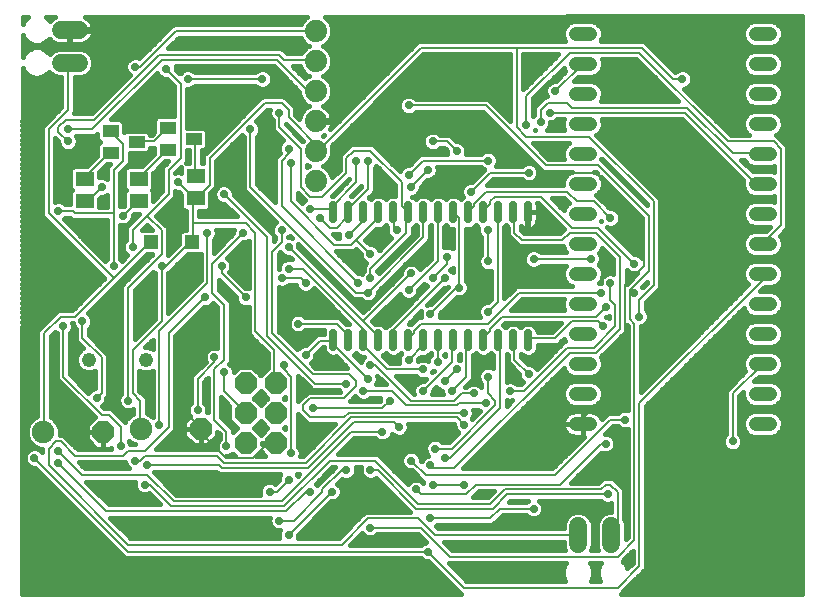
<source format=gbl>
G75*
%MOIN*%
%OFA0B0*%
%FSLAX25Y25*%
%IPPOS*%
%LPD*%
%AMOC8*
5,1,8,0,0,1.08239X$1,22.5*
%
%ADD10OC8,0.07400*%
%ADD11C,0.04800*%
%ADD12C,0.02756*%
%ADD13R,0.05906X0.05118*%
%ADD14R,0.05512X0.03937*%
%ADD15C,0.07500*%
%ADD16OC8,0.07500*%
%ADD17R,0.04500X0.04500*%
%ADD18C,0.07400*%
%ADD19C,0.06000*%
%ADD20C,0.04800*%
%ADD21C,0.00800*%
%ADD22C,0.02900*%
%ADD23C,0.01600*%
D10*
X0081594Y0056406D03*
X0091594Y0056406D03*
X0091594Y0066406D03*
X0081594Y0066406D03*
X0081594Y0076406D03*
X0091594Y0076406D03*
D11*
X0191594Y0072806D02*
X0196394Y0072806D01*
X0196394Y0062806D02*
X0191594Y0062806D01*
X0191594Y0082806D02*
X0196394Y0082806D01*
X0196394Y0092806D02*
X0191594Y0092806D01*
X0191594Y0102806D02*
X0196394Y0102806D01*
X0196394Y0112806D02*
X0191594Y0112806D01*
X0191594Y0122806D02*
X0196394Y0122806D01*
X0196394Y0132806D02*
X0191594Y0132806D01*
X0191594Y0142806D02*
X0196394Y0142806D01*
X0196394Y0152806D02*
X0191594Y0152806D01*
X0191594Y0162806D02*
X0196394Y0162806D01*
X0196394Y0172806D02*
X0191594Y0172806D01*
X0191594Y0182806D02*
X0196394Y0182806D01*
X0196394Y0192806D02*
X0191594Y0192806D01*
X0251594Y0192806D02*
X0256394Y0192806D01*
X0256394Y0182806D02*
X0251594Y0182806D01*
X0251594Y0172806D02*
X0256394Y0172806D01*
X0256394Y0162806D02*
X0251594Y0162806D01*
X0251594Y0152806D02*
X0256394Y0152806D01*
X0256394Y0142806D02*
X0251594Y0142806D01*
X0251594Y0132806D02*
X0256394Y0132806D01*
X0256394Y0122806D02*
X0251594Y0122806D01*
X0251594Y0112806D02*
X0256394Y0112806D01*
X0256394Y0102806D02*
X0251594Y0102806D01*
X0251594Y0092806D02*
X0256394Y0092806D01*
X0256394Y0082806D02*
X0251594Y0082806D01*
X0251594Y0072806D02*
X0256394Y0072806D01*
X0256394Y0062806D02*
X0251594Y0062806D01*
D12*
X0175794Y0088325D02*
X0175794Y0093049D01*
X0170794Y0093049D02*
X0170794Y0088325D01*
X0165794Y0088325D02*
X0165794Y0093049D01*
X0160794Y0093049D02*
X0160794Y0088325D01*
X0155794Y0088325D02*
X0155794Y0093049D01*
X0150794Y0093049D02*
X0150794Y0088325D01*
X0145794Y0088325D02*
X0145794Y0093049D01*
X0140794Y0093049D02*
X0140794Y0088325D01*
X0135794Y0088325D02*
X0135794Y0093049D01*
X0130794Y0093049D02*
X0130794Y0088325D01*
X0125794Y0088325D02*
X0125794Y0093049D01*
X0120794Y0093049D02*
X0120794Y0088325D01*
X0115794Y0088325D02*
X0115794Y0093049D01*
X0110794Y0093049D02*
X0110794Y0088325D01*
X0110794Y0130963D02*
X0110794Y0135687D01*
X0115794Y0135687D02*
X0115794Y0130963D01*
X0120794Y0130963D02*
X0120794Y0135687D01*
X0125794Y0135687D02*
X0125794Y0130963D01*
X0130794Y0130963D02*
X0130794Y0135687D01*
X0135794Y0135687D02*
X0135794Y0130963D01*
X0140794Y0130963D02*
X0140794Y0135687D01*
X0145794Y0135687D02*
X0145794Y0130963D01*
X0150794Y0130963D02*
X0150794Y0135687D01*
X0155794Y0135687D02*
X0155794Y0130963D01*
X0160794Y0130963D02*
X0160794Y0135687D01*
X0165794Y0135687D02*
X0165794Y0130963D01*
X0170794Y0130963D02*
X0170794Y0135687D01*
X0175794Y0135687D02*
X0175794Y0130963D01*
D13*
X0064994Y0138066D03*
X0064994Y0145546D03*
X0045994Y0144546D03*
X0045994Y0137066D03*
X0027994Y0137066D03*
X0027994Y0144546D03*
D14*
X0036663Y0153066D03*
X0036663Y0160546D03*
X0045325Y0156806D03*
X0055663Y0154066D03*
X0064325Y0157806D03*
X0055663Y0161546D03*
D15*
X0046594Y0061206D03*
X0014194Y0060106D03*
D16*
X0034194Y0060106D03*
X0066594Y0061206D03*
D17*
X0063594Y0123506D03*
X0050094Y0123506D03*
D18*
X0104994Y0143806D03*
X0104994Y0153806D03*
X0104994Y0163806D03*
X0104994Y0173806D03*
X0104994Y0183806D03*
X0104994Y0193806D03*
D19*
X0025994Y0194106D02*
X0019994Y0194106D01*
X0019994Y0183106D02*
X0025994Y0183106D01*
X0192494Y0028806D02*
X0192494Y0022806D01*
X0203494Y0022806D02*
X0203494Y0028806D01*
D20*
X0048294Y0084206D03*
X0029294Y0084206D03*
D21*
X0033594Y0085006D02*
X0033594Y0073006D01*
X0031994Y0071406D01*
X0033594Y0065806D02*
X0035994Y0065806D01*
X0039994Y0061806D01*
X0039994Y0055406D01*
X0042394Y0053806D02*
X0040794Y0052206D01*
X0024794Y0052206D01*
X0019994Y0057006D01*
X0018394Y0057006D01*
X0015994Y0054606D01*
X0015994Y0049006D01*
X0042394Y0022606D01*
X0113594Y0022606D01*
X0122394Y0031406D01*
X0139194Y0031406D01*
X0144794Y0025806D01*
X0192494Y0025806D01*
X0203494Y0025806D02*
X0203994Y0025806D01*
X0205594Y0027406D01*
X0205594Y0040206D01*
X0203194Y0042606D01*
X0201594Y0042606D01*
X0199994Y0041006D01*
X0167994Y0041006D01*
X0163194Y0036206D01*
X0139194Y0036206D01*
X0124794Y0050606D01*
X0109594Y0050606D01*
X0094394Y0035406D01*
X0056794Y0035406D01*
X0049594Y0042606D01*
X0047994Y0042606D01*
X0048794Y0045806D02*
X0027194Y0045806D01*
X0019194Y0053806D01*
X0019194Y0049806D02*
X0035194Y0033806D01*
X0095194Y0033806D01*
X0101594Y0040206D01*
X0103194Y0040206D01*
X0107194Y0040206D02*
X0107194Y0041006D01*
X0113594Y0047406D01*
X0115194Y0047406D01*
X0123194Y0047406D02*
X0125594Y0047406D01*
X0138394Y0034606D01*
X0163994Y0034606D01*
X0168794Y0039406D01*
X0202394Y0039406D01*
X0186394Y0042606D02*
X0158394Y0042606D01*
X0155194Y0039406D01*
X0139994Y0039406D01*
X0138394Y0041006D01*
X0143994Y0042606D02*
X0154394Y0042606D01*
X0151194Y0048206D02*
X0143994Y0048206D01*
X0143194Y0049006D01*
X0141594Y0045806D02*
X0136794Y0050606D01*
X0141594Y0045806D02*
X0184794Y0045806D01*
X0203194Y0064206D01*
X0207994Y0064206D01*
X0212794Y0069806D02*
X0212794Y0015406D01*
X0205594Y0008206D01*
X0154394Y0008206D01*
X0142394Y0020206D01*
X0042394Y0020206D01*
X0011194Y0051406D01*
X0014194Y0060106D02*
X0014394Y0060206D01*
X0014394Y0093006D01*
X0019994Y0098606D01*
X0024794Y0098606D01*
X0037594Y0111406D01*
X0015994Y0133006D01*
X0015994Y0161006D01*
X0022394Y0167406D01*
X0022394Y0182606D01*
X0022994Y0183106D01*
X0044794Y0181806D02*
X0046394Y0181806D01*
X0058394Y0193806D01*
X0104994Y0193806D01*
X0094394Y0184206D02*
X0092794Y0185806D01*
X0052794Y0185806D01*
X0031194Y0164206D01*
X0021594Y0164206D01*
X0019194Y0161806D01*
X0019194Y0160206D01*
X0022394Y0157006D01*
X0022394Y0161006D02*
X0030394Y0161006D01*
X0053594Y0184206D01*
X0091994Y0184206D01*
X0102394Y0173806D01*
X0104994Y0173806D01*
X0095994Y0167406D02*
X0093594Y0169806D01*
X0087994Y0169806D01*
X0069594Y0151406D01*
X0069594Y0142606D01*
X0065594Y0138606D01*
X0064994Y0138066D01*
X0064794Y0137806D01*
X0059194Y0143406D01*
X0055994Y0147406D02*
X0055994Y0139406D01*
X0048794Y0132206D01*
X0053594Y0127406D01*
X0053594Y0119406D01*
X0042394Y0108206D01*
X0042394Y0070606D01*
X0043994Y0073006D02*
X0046394Y0070606D01*
X0046394Y0061806D01*
X0046594Y0061206D01*
X0052794Y0062606D02*
X0052794Y0093806D01*
X0068794Y0109806D01*
X0068794Y0126606D01*
X0063994Y0124206D02*
X0063594Y0123506D01*
X0063194Y0123406D01*
X0055194Y0115406D01*
X0053594Y0115406D01*
X0053594Y0097006D01*
X0043994Y0087406D01*
X0043994Y0073006D01*
X0033594Y0065806D02*
X0020794Y0078606D01*
X0020794Y0095406D01*
X0027194Y0097006D02*
X0027194Y0091406D01*
X0033594Y0085006D01*
X0055994Y0093006D02*
X0055994Y0061806D01*
X0047994Y0053806D01*
X0042394Y0053806D01*
X0044794Y0050606D02*
X0046394Y0050606D01*
X0047994Y0052206D01*
X0071994Y0052206D01*
X0074394Y0049806D01*
X0101594Y0049806D01*
X0116794Y0065006D01*
X0151994Y0065006D01*
X0154394Y0062606D01*
X0154394Y0066606D02*
X0115994Y0066606D01*
X0114394Y0065006D01*
X0103194Y0065006D01*
X0100794Y0067406D01*
X0100794Y0069006D01*
X0103194Y0071406D01*
X0114394Y0071406D01*
X0118394Y0075406D01*
X0118394Y0077006D01*
X0115994Y0079406D01*
X0103994Y0079406D01*
X0090394Y0093006D01*
X0090394Y0120206D01*
X0093594Y0123406D01*
X0093594Y0127406D01*
X0088794Y0125006D02*
X0088794Y0092206D01*
X0104794Y0076206D01*
X0115194Y0076206D01*
X0120794Y0073806D02*
X0130394Y0073806D01*
X0135194Y0069006D01*
X0151994Y0069006D01*
X0152794Y0069806D01*
X0161594Y0069806D01*
X0164794Y0070606D02*
X0162394Y0073006D01*
X0162394Y0078606D01*
X0155194Y0078606D02*
X0150394Y0073806D01*
X0153594Y0073006D02*
X0151194Y0070606D01*
X0136794Y0070606D01*
X0124794Y0082606D01*
X0123194Y0082606D01*
X0122394Y0077806D02*
X0109594Y0090606D01*
X0110794Y0090687D01*
X0110394Y0090606D01*
X0109594Y0090606D01*
X0106394Y0090606D01*
X0101594Y0085806D01*
X0094394Y0082606D02*
X0094394Y0081006D01*
X0096794Y0078606D01*
X0096794Y0053006D01*
X0091594Y0056406D02*
X0091194Y0056206D01*
X0088794Y0056206D01*
X0083994Y0051406D01*
X0075194Y0051406D01*
X0067194Y0059406D01*
X0067194Y0061006D01*
X0066594Y0061206D01*
X0066394Y0061806D01*
X0059994Y0068206D01*
X0059994Y0093006D01*
X0055994Y0093006D02*
X0067994Y0105006D01*
X0070394Y0106606D02*
X0074394Y0102606D01*
X0074394Y0084206D01*
X0071194Y0081006D01*
X0071194Y0064206D01*
X0075194Y0060206D01*
X0075194Y0055406D01*
X0072794Y0049006D02*
X0073594Y0048206D01*
X0102394Y0048206D01*
X0117594Y0063406D01*
X0131194Y0063406D01*
X0132794Y0061806D01*
X0127194Y0060206D02*
X0116794Y0060206D01*
X0093594Y0037006D01*
X0057594Y0037006D01*
X0048794Y0045806D01*
X0048794Y0049006D02*
X0072794Y0049006D01*
X0089594Y0040206D02*
X0091994Y0040206D01*
X0095994Y0044206D01*
X0107194Y0040206D02*
X0097594Y0030606D01*
X0092794Y0030606D01*
X0095994Y0025806D02*
X0110394Y0040206D01*
X0123194Y0028206D02*
X0139994Y0028206D01*
X0149594Y0018606D01*
X0205594Y0018606D01*
X0211194Y0024206D01*
X0211194Y0096206D01*
X0209594Y0097806D01*
X0209594Y0106606D01*
X0211194Y0106606D01*
X0209594Y0106606D02*
X0209594Y0107406D01*
X0215994Y0113806D01*
X0215994Y0132206D01*
X0199194Y0149006D01*
X0181594Y0149006D01*
X0161594Y0169006D01*
X0135994Y0169006D01*
X0143994Y0157006D02*
X0148794Y0157006D01*
X0151994Y0153806D01*
X0142394Y0147406D02*
X0136794Y0141806D01*
X0133594Y0143406D02*
X0133594Y0135406D01*
X0135194Y0133806D01*
X0135794Y0133325D01*
X0135194Y0133006D01*
X0135194Y0126606D01*
X0123194Y0114606D01*
X0123194Y0111406D01*
X0119194Y0109806D02*
X0093594Y0135406D01*
X0093594Y0150606D01*
X0095994Y0153006D01*
X0095994Y0154606D01*
X0099994Y0154606D02*
X0099994Y0141806D01*
X0103194Y0138606D01*
X0107194Y0138606D01*
X0115194Y0146606D01*
X0115194Y0151406D01*
X0117594Y0153806D01*
X0123194Y0153806D01*
X0133594Y0143406D01*
X0135994Y0145806D02*
X0140794Y0150606D01*
X0162394Y0150606D01*
X0163194Y0146606D02*
X0175994Y0146606D01*
X0183994Y0143406D02*
X0163194Y0164206D01*
X0162394Y0164206D01*
X0171994Y0161806D02*
X0171994Y0188206D01*
X0213594Y0188206D01*
X0223994Y0177806D01*
X0227194Y0177806D01*
X0228794Y0168206D02*
X0243994Y0153006D01*
X0253594Y0153006D01*
X0253994Y0152806D01*
X0257594Y0157006D02*
X0259994Y0154606D01*
X0259994Y0129006D01*
X0254394Y0123406D01*
X0253994Y0122806D01*
X0253994Y0112806D02*
X0253594Y0112206D01*
X0253594Y0110606D01*
X0212794Y0069806D01*
X0207994Y0078606D02*
X0207994Y0109006D01*
X0214394Y0115406D01*
X0214394Y0130606D01*
X0198394Y0146606D01*
X0187194Y0146606D01*
X0183994Y0143406D01*
X0188794Y0140206D02*
X0191994Y0137006D01*
X0197594Y0137006D01*
X0203194Y0131406D01*
X0199194Y0128206D02*
X0211194Y0116206D01*
X0206394Y0118606D02*
X0206394Y0094606D01*
X0198394Y0086606D01*
X0189594Y0086606D01*
X0151194Y0048206D01*
X0149594Y0051406D02*
X0147994Y0051406D01*
X0149594Y0051406D02*
X0166394Y0068206D01*
X0166394Y0090606D01*
X0165794Y0090687D01*
X0163194Y0093806D02*
X0160794Y0091406D01*
X0160794Y0090687D01*
X0163194Y0093806D02*
X0163194Y0094606D01*
X0167194Y0098606D01*
X0198394Y0098606D01*
X0201594Y0101806D01*
X0203194Y0104206D02*
X0204794Y0102606D01*
X0204794Y0095406D01*
X0197594Y0088206D01*
X0188794Y0088206D01*
X0174394Y0073806D01*
X0169594Y0073806D01*
X0164794Y0070606D02*
X0164794Y0069006D01*
X0150394Y0054606D01*
X0144794Y0054606D01*
X0129594Y0070606D02*
X0127194Y0068206D01*
X0103994Y0068206D01*
X0091594Y0076406D02*
X0091194Y0077006D01*
X0091194Y0087406D01*
X0084794Y0093806D01*
X0084794Y0126606D01*
X0081594Y0129806D01*
X0063994Y0129806D01*
X0063994Y0124206D01*
X0063994Y0129806D02*
X0063994Y0137006D01*
X0064794Y0137806D01*
X0064994Y0145546D02*
X0064794Y0145806D01*
X0064794Y0157806D01*
X0064325Y0157806D01*
X0059994Y0151406D02*
X0059994Y0176206D01*
X0055194Y0181006D01*
X0062394Y0177806D02*
X0087194Y0177806D01*
X0094394Y0184206D02*
X0104794Y0184206D01*
X0104994Y0183806D01*
X0095994Y0167406D02*
X0095994Y0165006D01*
X0106394Y0154606D01*
X0104994Y0153806D01*
X0105594Y0153806D01*
X0106394Y0154606D01*
X0139994Y0188206D01*
X0171994Y0188206D01*
X0175194Y0172206D02*
X0189594Y0186606D01*
X0212794Y0186606D01*
X0242394Y0157006D01*
X0257594Y0157006D01*
X0253594Y0143406D02*
X0251194Y0143406D01*
X0227994Y0166606D01*
X0183194Y0166606D01*
X0179994Y0167406D02*
X0179994Y0163406D01*
X0179994Y0167406D02*
X0182394Y0169806D01*
X0188794Y0169806D01*
X0190394Y0168206D01*
X0228794Y0168206D01*
X0253594Y0143406D02*
X0253994Y0142806D01*
X0217594Y0137006D02*
X0195994Y0158606D01*
X0175194Y0158606D01*
X0171994Y0161806D01*
X0175194Y0162606D02*
X0175194Y0172206D01*
X0184794Y0173806D02*
X0193594Y0182606D01*
X0193994Y0182806D01*
X0163194Y0146606D02*
X0156794Y0140206D01*
X0157594Y0136206D02*
X0161594Y0140206D01*
X0188794Y0140206D01*
X0179994Y0138606D02*
X0190394Y0128206D01*
X0199194Y0128206D01*
X0198394Y0126606D02*
X0206394Y0118606D01*
X0196794Y0117806D02*
X0177594Y0117806D01*
X0173594Y0124206D02*
X0187194Y0124206D01*
X0189594Y0126606D01*
X0198394Y0126606D01*
X0179994Y0138606D02*
X0164794Y0138606D01*
X0163194Y0137006D01*
X0163194Y0136206D01*
X0160794Y0133806D01*
X0160794Y0133325D01*
X0165594Y0133006D02*
X0165794Y0133325D01*
X0165594Y0133006D02*
X0165594Y0103406D01*
X0162394Y0100206D01*
X0162394Y0096206D02*
X0172794Y0106606D01*
X0199994Y0106606D01*
X0203194Y0104206D02*
X0203194Y0109806D01*
X0212794Y0104206D02*
X0217594Y0109006D01*
X0217594Y0137006D01*
X0175794Y0133325D02*
X0175194Y0133006D01*
X0175194Y0128206D01*
X0174394Y0127406D01*
X0173594Y0124206D02*
X0171194Y0126606D01*
X0171194Y0133006D01*
X0170794Y0133325D01*
X0162394Y0127406D02*
X0162394Y0117006D01*
X0152794Y0109006D02*
X0152794Y0108206D01*
X0152794Y0109006D02*
X0143194Y0099406D01*
X0139994Y0096206D02*
X0162394Y0096206D01*
X0155794Y0090687D02*
X0155194Y0090606D01*
X0155194Y0078606D01*
X0151994Y0081006D02*
X0147994Y0077006D01*
X0153594Y0073006D02*
X0157594Y0073006D01*
X0150394Y0083406D02*
X0140794Y0073806D01*
X0140794Y0081006D02*
X0128794Y0081006D01*
X0120794Y0089006D01*
X0120794Y0090687D01*
X0120794Y0094606D01*
X0100794Y0114606D01*
X0095994Y0114606D01*
X0093594Y0111406D02*
X0099994Y0111406D01*
X0101594Y0109806D01*
X0095994Y0121806D02*
X0120794Y0097006D01*
X0136794Y0113006D01*
X0135994Y0107406D02*
X0145594Y0117006D01*
X0145594Y0133006D01*
X0145794Y0133325D01*
X0140794Y0133325D02*
X0140794Y0125006D01*
X0122394Y0106606D01*
X0118394Y0106606D01*
X0083194Y0141806D01*
X0083194Y0161006D01*
X0092794Y0161806D02*
X0099994Y0154606D01*
X0096794Y0149806D02*
X0096794Y0137006D01*
X0111194Y0122606D01*
X0116794Y0122606D01*
X0118394Y0124206D01*
X0123194Y0119406D01*
X0118394Y0124206D02*
X0125594Y0131406D01*
X0125594Y0133006D01*
X0125794Y0133325D01*
X0120794Y0133325D02*
X0120794Y0130606D01*
X0115994Y0125806D01*
X0111994Y0128206D02*
X0115194Y0131406D01*
X0115194Y0133006D01*
X0115794Y0133325D01*
X0115194Y0133806D01*
X0122394Y0141006D01*
X0122394Y0150606D01*
X0118394Y0150606D02*
X0118394Y0143406D01*
X0109594Y0134606D01*
X0110794Y0133325D01*
X0110394Y0133806D01*
X0109594Y0134606D01*
X0103194Y0134606D01*
X0106394Y0131406D02*
X0109594Y0128206D01*
X0111994Y0128206D01*
X0131194Y0128206D02*
X0131994Y0127406D01*
X0131194Y0128206D02*
X0131194Y0133006D01*
X0130794Y0133325D01*
X0150794Y0133325D02*
X0151194Y0133006D01*
X0152794Y0131406D01*
X0152794Y0109006D01*
X0147994Y0111406D02*
X0131194Y0094606D01*
X0131194Y0091406D01*
X0130794Y0090687D01*
X0135794Y0090687D02*
X0135994Y0091406D01*
X0137594Y0093006D01*
X0137594Y0093806D01*
X0139994Y0096206D01*
X0140794Y0090687D02*
X0140794Y0089006D01*
X0135994Y0084206D01*
X0126394Y0091406D02*
X0125794Y0090687D01*
X0126394Y0091406D02*
X0120794Y0097006D01*
X0115194Y0093006D02*
X0115194Y0091406D01*
X0115794Y0090687D01*
X0115194Y0093006D02*
X0111994Y0096206D01*
X0099194Y0096206D01*
X0081594Y0105006D02*
X0073594Y0113006D01*
X0073594Y0115406D01*
X0070394Y0116206D02*
X0070394Y0106606D01*
X0070394Y0116206D02*
X0080794Y0126606D01*
X0088794Y0125006D02*
X0074394Y0139406D01*
X0059994Y0151406D02*
X0055994Y0147406D01*
X0055194Y0153806D02*
X0055663Y0154066D01*
X0055194Y0153806D02*
X0046394Y0145006D01*
X0045994Y0144546D01*
X0045994Y0137066D02*
X0045594Y0137006D01*
X0040794Y0132206D01*
X0037594Y0133006D02*
X0024794Y0133006D01*
X0023994Y0133806D01*
X0019194Y0133806D01*
X0027994Y0137066D02*
X0027994Y0137806D01*
X0029594Y0137806D01*
X0033594Y0141806D01*
X0027994Y0144546D02*
X0027994Y0145006D01*
X0035994Y0153006D01*
X0036663Y0153066D01*
X0040794Y0150606D02*
X0040794Y0156206D01*
X0036794Y0160206D01*
X0036663Y0160546D01*
X0045325Y0156806D02*
X0045594Y0157006D01*
X0051194Y0157006D01*
X0055194Y0161006D01*
X0055663Y0161546D01*
X0040794Y0150606D02*
X0037594Y0147406D01*
X0037594Y0133006D01*
X0037594Y0115406D01*
X0037594Y0111406D02*
X0049594Y0123406D01*
X0050094Y0123506D01*
X0043994Y0121806D02*
X0043994Y0127406D01*
X0048794Y0132206D01*
X0092794Y0161806D02*
X0092794Y0166606D01*
X0148794Y0118606D02*
X0148794Y0116206D01*
X0143994Y0111406D01*
X0145794Y0090687D02*
X0145594Y0090606D01*
X0145594Y0083406D01*
X0150394Y0083406D02*
X0150394Y0090606D01*
X0150794Y0090687D01*
X0170794Y0090687D02*
X0171194Y0090606D01*
X0171194Y0084206D01*
X0175994Y0079406D01*
X0175794Y0090687D02*
X0175994Y0091406D01*
X0184794Y0091406D01*
X0190394Y0097006D01*
X0199194Y0097006D01*
X0200794Y0095406D01*
X0212794Y0098606D02*
X0212794Y0104206D01*
X0207994Y0078606D02*
X0194394Y0065006D01*
X0194394Y0063406D01*
X0193994Y0062806D01*
X0199994Y0056206D02*
X0186394Y0042606D01*
X0177594Y0034606D02*
X0166394Y0034606D01*
X0163194Y0031406D01*
X0143194Y0031406D01*
X0199994Y0056206D02*
X0201594Y0056206D01*
X0243994Y0057006D02*
X0243994Y0073006D01*
X0253594Y0082606D01*
X0253994Y0082806D01*
X0157594Y0135406D02*
X0155994Y0133806D01*
X0155794Y0133325D01*
X0157594Y0135406D02*
X0157594Y0136206D01*
X0074394Y0080206D02*
X0074394Y0073806D01*
X0081594Y0066606D01*
X0081594Y0066406D01*
X0065594Y0067406D02*
X0065594Y0077806D01*
X0071194Y0083406D01*
X0071194Y0085006D01*
D22*
X0071194Y0085006D03*
X0074394Y0080206D03*
X0065594Y0067406D03*
X0052794Y0062606D03*
X0042394Y0070606D03*
X0031994Y0071406D03*
X0039994Y0055406D03*
X0044794Y0050606D03*
X0048794Y0049006D03*
X0047994Y0042606D03*
X0019194Y0049806D03*
X0019194Y0053806D03*
X0011194Y0051406D03*
X0059994Y0093006D03*
X0067994Y0105006D03*
X0073594Y0115406D03*
X0068794Y0126606D03*
X0080794Y0126606D03*
X0093594Y0127406D03*
X0095994Y0121806D03*
X0095994Y0114606D03*
X0093594Y0111406D03*
X0101594Y0109806D03*
X0099194Y0096206D03*
X0101594Y0085806D03*
X0094394Y0082606D03*
X0103994Y0068206D03*
X0115194Y0076206D03*
X0120794Y0073806D03*
X0122394Y0077806D03*
X0123194Y0082606D03*
X0135994Y0084206D03*
X0140794Y0081006D03*
X0145594Y0083406D03*
X0151994Y0081006D03*
X0147994Y0077006D03*
X0150394Y0073806D03*
X0157594Y0073006D03*
X0161594Y0069806D03*
X0154394Y0066606D03*
X0154394Y0062606D03*
X0144794Y0054606D03*
X0147994Y0051406D03*
X0143194Y0049006D03*
X0136794Y0050606D03*
X0143994Y0042606D03*
X0138394Y0041006D03*
X0143194Y0031406D03*
X0142394Y0020206D03*
X0123194Y0028206D03*
X0110394Y0040206D03*
X0103194Y0040206D03*
X0095994Y0044206D03*
X0089594Y0040206D03*
X0092794Y0030606D03*
X0095994Y0025806D03*
X0115194Y0047406D03*
X0123194Y0047406D03*
X0127194Y0060206D03*
X0132794Y0061806D03*
X0129594Y0070606D03*
X0140794Y0073806D03*
X0162394Y0078606D03*
X0169594Y0073806D03*
X0175994Y0079406D03*
X0200794Y0095406D03*
X0201594Y0101806D03*
X0199994Y0106606D03*
X0203194Y0109806D03*
X0211194Y0106606D03*
X0212794Y0098606D03*
X0211194Y0116206D03*
X0196794Y0117806D03*
X0203194Y0131406D03*
X0183994Y0143406D03*
X0175994Y0146606D03*
X0162394Y0150606D03*
X0151994Y0153806D03*
X0143994Y0157006D03*
X0142394Y0147406D03*
X0136794Y0141806D03*
X0135994Y0145806D03*
X0122394Y0150606D03*
X0118394Y0150606D03*
X0096794Y0149806D03*
X0095994Y0154606D03*
X0092794Y0166606D03*
X0083194Y0161006D03*
X0087194Y0177806D03*
X0062394Y0177806D03*
X0055194Y0181006D03*
X0044794Y0181806D03*
X0022394Y0161006D03*
X0022394Y0157006D03*
X0033594Y0141806D03*
X0040794Y0132206D03*
X0043994Y0121806D03*
X0037594Y0115406D03*
X0053594Y0115406D03*
X0081594Y0105006D03*
X0106394Y0131406D03*
X0103194Y0134606D03*
X0115994Y0125806D03*
X0123194Y0119406D03*
X0123194Y0111406D03*
X0119194Y0109806D03*
X0122394Y0106606D03*
X0135994Y0107406D03*
X0136794Y0113006D03*
X0143994Y0111406D03*
X0147994Y0111406D03*
X0152794Y0108206D03*
X0162394Y0100206D03*
X0162394Y0117006D03*
X0162394Y0127406D03*
X0174394Y0127406D03*
X0177594Y0117806D03*
X0156794Y0140206D03*
X0131994Y0127406D03*
X0148794Y0118606D03*
X0143194Y0099406D03*
X0096794Y0053006D03*
X0075194Y0055406D03*
X0027194Y0097006D03*
X0020794Y0095406D03*
X0019194Y0133806D03*
X0059194Y0143406D03*
X0074394Y0139406D03*
X0135994Y0169006D03*
X0162394Y0164206D03*
X0175194Y0162606D03*
X0179994Y0163406D03*
X0183194Y0166606D03*
X0184794Y0173806D03*
X0227194Y0177806D03*
X0207994Y0064206D03*
X0201594Y0056206D03*
X0202394Y0039406D03*
X0177594Y0034606D03*
X0154394Y0042606D03*
X0243994Y0057006D03*
D23*
X0007097Y0006107D02*
X0007275Y0181488D01*
X0007708Y0180442D01*
X0009130Y0179020D01*
X0010988Y0178250D01*
X0013000Y0178250D01*
X0014858Y0179020D01*
X0016075Y0180237D01*
X0017275Y0179037D01*
X0019039Y0178306D01*
X0020194Y0178306D01*
X0020194Y0168317D01*
X0015083Y0163206D01*
X0013794Y0161917D01*
X0013794Y0132095D01*
X0034483Y0111406D01*
X0023883Y0100806D01*
X0019083Y0100806D01*
X0013483Y0095206D01*
X0012194Y0093917D01*
X0012194Y0065285D01*
X0011050Y0064811D01*
X0009489Y0063250D01*
X0008644Y0061210D01*
X0008644Y0059002D01*
X0009489Y0056962D01*
X0011050Y0055401D01*
X0013090Y0054556D01*
X0013794Y0054556D01*
X0013794Y0053402D01*
X0013035Y0054161D01*
X0011841Y0054656D01*
X0010548Y0054656D01*
X0009353Y0054161D01*
X0008439Y0053247D01*
X0007944Y0052052D01*
X0007944Y0050760D01*
X0008439Y0049565D01*
X0009353Y0048651D01*
X0010548Y0048156D01*
X0011333Y0048156D01*
X0040194Y0019295D01*
X0041483Y0018006D01*
X0139998Y0018006D01*
X0140553Y0017451D01*
X0141748Y0016956D01*
X0142533Y0016956D01*
X0153327Y0006162D01*
X0007097Y0006107D01*
X0007098Y0007293D02*
X0152196Y0007293D01*
X0150598Y0008891D02*
X0007099Y0008891D01*
X0007101Y0010490D02*
X0148999Y0010490D01*
X0147401Y0012088D02*
X0007103Y0012088D01*
X0007104Y0013687D02*
X0145802Y0013687D01*
X0144204Y0015285D02*
X0007106Y0015285D01*
X0007107Y0016884D02*
X0142605Y0016884D01*
X0149305Y0016406D02*
X0188444Y0016406D01*
X0188208Y0016170D01*
X0187438Y0014312D01*
X0187438Y0012300D01*
X0188208Y0010442D01*
X0188244Y0010406D01*
X0155305Y0010406D01*
X0149305Y0016406D01*
X0150426Y0015285D02*
X0187842Y0015285D01*
X0187438Y0013687D02*
X0152025Y0013687D01*
X0153623Y0012088D02*
X0187526Y0012088D01*
X0188188Y0010490D02*
X0155222Y0010490D01*
X0150505Y0020806D02*
X0147705Y0023606D01*
X0187694Y0023606D01*
X0187694Y0021851D01*
X0188127Y0020806D01*
X0150505Y0020806D01*
X0149632Y0021679D02*
X0187765Y0021679D01*
X0187694Y0023278D02*
X0148033Y0023278D01*
X0145705Y0028006D02*
X0145048Y0028664D01*
X0145590Y0029206D01*
X0164105Y0029206D01*
X0165394Y0030495D01*
X0167305Y0032406D01*
X0175198Y0032406D01*
X0175753Y0031851D01*
X0176948Y0031356D01*
X0178241Y0031356D01*
X0179435Y0031851D01*
X0180349Y0032765D01*
X0180844Y0033960D01*
X0180844Y0035252D01*
X0180349Y0036447D01*
X0179590Y0037206D01*
X0199998Y0037206D01*
X0200553Y0036651D01*
X0201748Y0036156D01*
X0203041Y0036156D01*
X0203394Y0036302D01*
X0203394Y0033606D01*
X0202539Y0033606D01*
X0200775Y0032875D01*
X0199425Y0031525D01*
X0198694Y0029761D01*
X0198694Y0021851D01*
X0199127Y0020806D01*
X0196861Y0020806D01*
X0197294Y0021851D01*
X0197294Y0029761D01*
X0196563Y0031525D01*
X0195213Y0032875D01*
X0193449Y0033606D01*
X0191539Y0033606D01*
X0189775Y0032875D01*
X0188425Y0031525D01*
X0187694Y0029761D01*
X0187694Y0028006D01*
X0145705Y0028006D01*
X0145638Y0028074D02*
X0187694Y0028074D01*
X0187694Y0029672D02*
X0164571Y0029672D01*
X0166170Y0031271D02*
X0188320Y0031271D01*
X0189769Y0032869D02*
X0180392Y0032869D01*
X0180844Y0034468D02*
X0203394Y0034468D01*
X0203394Y0036066D02*
X0180507Y0036066D01*
X0175598Y0037206D02*
X0175198Y0036806D01*
X0169305Y0036806D01*
X0169705Y0037206D01*
X0175598Y0037206D01*
X0164283Y0040406D02*
X0162283Y0038406D01*
X0157305Y0038406D01*
X0157394Y0038495D01*
X0159305Y0040406D01*
X0164283Y0040406D01*
X0163140Y0039263D02*
X0158163Y0039263D01*
X0154105Y0048006D02*
X0187592Y0081493D01*
X0188034Y0080427D01*
X0189215Y0079245D01*
X0190759Y0078606D01*
X0197230Y0078606D01*
X0198773Y0079245D01*
X0199955Y0080427D01*
X0200594Y0081971D01*
X0200594Y0083641D01*
X0199993Y0085093D01*
X0200594Y0085695D01*
X0208594Y0093695D01*
X0208594Y0095695D01*
X0208683Y0095606D01*
X0208994Y0095295D01*
X0208994Y0067310D01*
X0208641Y0067456D01*
X0207348Y0067456D01*
X0206153Y0066961D01*
X0205598Y0066406D01*
X0202283Y0066406D01*
X0200289Y0064412D01*
X0200286Y0064418D01*
X0199986Y0065007D01*
X0199598Y0065542D01*
X0199130Y0066010D01*
X0198595Y0066398D01*
X0198006Y0066698D01*
X0197378Y0066903D01*
X0196725Y0067006D01*
X0193994Y0067006D01*
X0191264Y0067006D01*
X0190611Y0066903D01*
X0189982Y0066698D01*
X0189393Y0066398D01*
X0188858Y0066010D01*
X0188391Y0065542D01*
X0188002Y0065007D01*
X0187702Y0064418D01*
X0187498Y0063790D01*
X0187394Y0063137D01*
X0187394Y0062806D01*
X0193994Y0062806D01*
X0193994Y0062806D01*
X0187394Y0062806D01*
X0187394Y0062475D01*
X0187498Y0061822D01*
X0187702Y0061194D01*
X0188002Y0060605D01*
X0188391Y0060070D01*
X0188858Y0059602D01*
X0189393Y0059214D01*
X0189982Y0058914D01*
X0190611Y0058709D01*
X0191264Y0058606D01*
X0193994Y0058606D01*
X0193994Y0062806D01*
X0193994Y0062806D01*
X0193994Y0067006D01*
X0193994Y0062806D01*
X0193994Y0062806D01*
X0193994Y0058606D01*
X0194483Y0058606D01*
X0183883Y0048006D01*
X0154105Y0048006D01*
X0154954Y0048854D02*
X0184731Y0048854D01*
X0186330Y0050453D02*
X0156552Y0050453D01*
X0158151Y0052051D02*
X0187928Y0052051D01*
X0189527Y0053650D02*
X0159749Y0053650D01*
X0161348Y0055248D02*
X0191125Y0055248D01*
X0192724Y0056847D02*
X0162946Y0056847D01*
X0164545Y0058445D02*
X0194322Y0058445D01*
X0193994Y0060044D02*
X0193994Y0060044D01*
X0193994Y0061642D02*
X0193994Y0061642D01*
X0193994Y0063241D02*
X0193994Y0063241D01*
X0193994Y0064839D02*
X0193994Y0064839D01*
X0193994Y0066438D02*
X0193994Y0066438D01*
X0190759Y0068606D02*
X0197230Y0068606D01*
X0198773Y0069245D01*
X0199955Y0070427D01*
X0200594Y0071971D01*
X0200594Y0073641D01*
X0199955Y0075185D01*
X0198773Y0076367D01*
X0197230Y0077006D01*
X0190759Y0077006D01*
X0189215Y0076367D01*
X0188034Y0075185D01*
X0187394Y0073641D01*
X0187394Y0071971D01*
X0188034Y0070427D01*
X0189215Y0069245D01*
X0190759Y0068606D01*
X0188826Y0069635D02*
X0175734Y0069635D01*
X0174136Y0068036D02*
X0208994Y0068036D01*
X0208994Y0069635D02*
X0199163Y0069635D01*
X0200289Y0071233D02*
X0208994Y0071233D01*
X0208994Y0072832D02*
X0200594Y0072832D01*
X0200267Y0074430D02*
X0208994Y0074430D01*
X0208994Y0076029D02*
X0199111Y0076029D01*
X0198726Y0079226D02*
X0208994Y0079226D01*
X0208994Y0080824D02*
X0200119Y0080824D01*
X0200594Y0082423D02*
X0208994Y0082423D01*
X0208994Y0084021D02*
X0200437Y0084021D01*
X0200519Y0085620D02*
X0208994Y0085620D01*
X0208994Y0087218D02*
X0202118Y0087218D01*
X0203716Y0088817D02*
X0208994Y0088817D01*
X0208994Y0090415D02*
X0205315Y0090415D01*
X0206913Y0092014D02*
X0208994Y0092014D01*
X0208994Y0093612D02*
X0208512Y0093612D01*
X0208594Y0095211D02*
X0208994Y0095211D01*
X0208683Y0095606D02*
X0208683Y0095606D01*
X0213394Y0095356D02*
X0213441Y0095356D01*
X0214635Y0095851D01*
X0215549Y0096765D01*
X0216044Y0097960D01*
X0216044Y0099252D01*
X0215549Y0100447D01*
X0214994Y0101002D01*
X0214994Y0103295D01*
X0218505Y0106806D01*
X0219794Y0108095D01*
X0219794Y0137917D01*
X0198556Y0159155D01*
X0198773Y0159245D01*
X0199955Y0160427D01*
X0200594Y0161971D01*
X0200594Y0163641D01*
X0200277Y0164406D01*
X0227083Y0164406D01*
X0247527Y0143962D01*
X0247394Y0143641D01*
X0247394Y0141971D01*
X0248034Y0140427D01*
X0249215Y0139245D01*
X0250759Y0138606D01*
X0257230Y0138606D01*
X0257794Y0138840D01*
X0257794Y0136772D01*
X0257230Y0137006D01*
X0250759Y0137006D01*
X0249215Y0136367D01*
X0248034Y0135185D01*
X0247394Y0133641D01*
X0247394Y0131971D01*
X0248034Y0130427D01*
X0249215Y0129245D01*
X0250759Y0128606D01*
X0256483Y0128606D01*
X0254883Y0127006D01*
X0250759Y0127006D01*
X0249215Y0126367D01*
X0248034Y0125185D01*
X0247394Y0123641D01*
X0247394Y0121971D01*
X0248034Y0120427D01*
X0249215Y0119245D01*
X0250759Y0118606D01*
X0257230Y0118606D01*
X0258773Y0119245D01*
X0259955Y0120427D01*
X0260594Y0121971D01*
X0260594Y0123641D01*
X0259955Y0125185D01*
X0259620Y0125520D01*
X0262194Y0128095D01*
X0262194Y0155517D01*
X0260905Y0156806D01*
X0258556Y0159155D01*
X0258773Y0159245D01*
X0259955Y0160427D01*
X0260594Y0161971D01*
X0260594Y0163641D01*
X0259955Y0165185D01*
X0258773Y0166367D01*
X0257230Y0167006D01*
X0250759Y0167006D01*
X0249215Y0166367D01*
X0248034Y0165185D01*
X0247394Y0163641D01*
X0247394Y0161971D01*
X0248034Y0160427D01*
X0249215Y0159245D01*
X0249310Y0159206D01*
X0243305Y0159206D01*
X0227922Y0174590D01*
X0229035Y0175051D01*
X0229949Y0175965D01*
X0230444Y0177160D01*
X0230444Y0178452D01*
X0229949Y0179647D01*
X0229035Y0180561D01*
X0227841Y0181056D01*
X0226548Y0181056D01*
X0225353Y0180561D01*
X0224852Y0180060D01*
X0215794Y0189117D01*
X0214505Y0190406D01*
X0199934Y0190406D01*
X0199955Y0190427D01*
X0200594Y0191971D01*
X0200594Y0193641D01*
X0199955Y0195185D01*
X0198773Y0196367D01*
X0197230Y0197006D01*
X0190759Y0197006D01*
X0189215Y0196367D01*
X0188034Y0195185D01*
X0187394Y0193641D01*
X0187394Y0191971D01*
X0188034Y0190427D01*
X0188055Y0190406D01*
X0139083Y0190406D01*
X0109800Y0161123D01*
X0110091Y0161695D01*
X0110359Y0162518D01*
X0110494Y0163373D01*
X0110494Y0163606D01*
X0105194Y0163606D01*
X0105194Y0164006D01*
X0110494Y0164006D01*
X0110494Y0164239D01*
X0110359Y0165094D01*
X0110091Y0165917D01*
X0109698Y0166689D01*
X0109189Y0167389D01*
X0108577Y0168001D01*
X0107877Y0168510D01*
X0107296Y0168806D01*
X0108110Y0169143D01*
X0109657Y0170691D01*
X0110494Y0172712D01*
X0110494Y0174900D01*
X0109657Y0176921D01*
X0108110Y0178469D01*
X0107295Y0178806D01*
X0108110Y0179143D01*
X0109657Y0180691D01*
X0110494Y0182712D01*
X0110494Y0184900D01*
X0109657Y0186921D01*
X0108110Y0188469D01*
X0107295Y0188806D01*
X0108110Y0189143D01*
X0109657Y0190691D01*
X0110494Y0192712D01*
X0110494Y0194900D01*
X0109657Y0196921D01*
X0108110Y0198469D01*
X0107927Y0198545D01*
X0266995Y0198665D01*
X0266995Y0006205D01*
X0206682Y0006182D01*
X0207794Y0007295D01*
X0214994Y0014495D01*
X0214994Y0068895D01*
X0247592Y0101493D01*
X0248034Y0100427D01*
X0249215Y0099245D01*
X0250759Y0098606D01*
X0257230Y0098606D01*
X0258773Y0099245D01*
X0259955Y0100427D01*
X0260594Y0101971D01*
X0260594Y0103641D01*
X0259955Y0105185D01*
X0258773Y0106367D01*
X0257230Y0107006D01*
X0253105Y0107006D01*
X0254705Y0108606D01*
X0257230Y0108606D01*
X0258773Y0109245D01*
X0259955Y0110427D01*
X0260594Y0111971D01*
X0260594Y0113641D01*
X0259955Y0115185D01*
X0258773Y0116367D01*
X0257230Y0117006D01*
X0250759Y0117006D01*
X0249215Y0116367D01*
X0248034Y0115185D01*
X0247394Y0113641D01*
X0247394Y0111971D01*
X0248034Y0110427D01*
X0249169Y0109292D01*
X0213394Y0073517D01*
X0213394Y0095356D01*
X0213394Y0095211D02*
X0235088Y0095211D01*
X0236686Y0096809D02*
X0215568Y0096809D01*
X0216044Y0098408D02*
X0238285Y0098408D01*
X0239883Y0100007D02*
X0215732Y0100007D01*
X0214994Y0101605D02*
X0241482Y0101605D01*
X0243080Y0103204D02*
X0214994Y0103204D01*
X0216502Y0104802D02*
X0244679Y0104802D01*
X0246277Y0106401D02*
X0218100Y0106401D01*
X0219699Y0107999D02*
X0247876Y0107999D01*
X0248863Y0109598D02*
X0219794Y0109598D01*
X0219794Y0111196D02*
X0247715Y0111196D01*
X0247394Y0112795D02*
X0219794Y0112795D01*
X0219794Y0114393D02*
X0247706Y0114393D01*
X0248840Y0115992D02*
X0219794Y0115992D01*
X0219794Y0117590D02*
X0266995Y0117590D01*
X0266995Y0115992D02*
X0259148Y0115992D01*
X0260283Y0114393D02*
X0266995Y0114393D01*
X0266995Y0112795D02*
X0260594Y0112795D01*
X0260273Y0111196D02*
X0266995Y0111196D01*
X0266995Y0109598D02*
X0259125Y0109598D01*
X0258691Y0106401D02*
X0266995Y0106401D01*
X0266995Y0107999D02*
X0254099Y0107999D01*
X0260113Y0104802D02*
X0266995Y0104802D01*
X0266995Y0103204D02*
X0260594Y0103204D01*
X0260443Y0101605D02*
X0266995Y0101605D01*
X0266995Y0100007D02*
X0259534Y0100007D01*
X0257704Y0096809D02*
X0266995Y0096809D01*
X0266995Y0095211D02*
X0259929Y0095211D01*
X0259955Y0095185D02*
X0258773Y0096367D01*
X0257230Y0097006D01*
X0250759Y0097006D01*
X0249215Y0096367D01*
X0248034Y0095185D01*
X0247394Y0093641D01*
X0247394Y0091971D01*
X0248034Y0090427D01*
X0249215Y0089245D01*
X0250759Y0088606D01*
X0257230Y0088606D01*
X0258773Y0089245D01*
X0259955Y0090427D01*
X0260594Y0091971D01*
X0260594Y0093641D01*
X0259955Y0095185D01*
X0260594Y0093612D02*
X0266995Y0093612D01*
X0266995Y0092014D02*
X0260594Y0092014D01*
X0259943Y0090415D02*
X0266995Y0090415D01*
X0266995Y0088817D02*
X0257739Y0088817D01*
X0257230Y0087006D02*
X0250759Y0087006D01*
X0249215Y0086367D01*
X0248034Y0085185D01*
X0247394Y0083641D01*
X0247394Y0081971D01*
X0248034Y0080427D01*
X0248169Y0080292D01*
X0241794Y0073917D01*
X0241794Y0059402D01*
X0241239Y0058847D01*
X0240744Y0057652D01*
X0240744Y0056360D01*
X0241239Y0055165D01*
X0242153Y0054251D01*
X0243348Y0053756D01*
X0244641Y0053756D01*
X0245835Y0054251D01*
X0246749Y0055165D01*
X0247244Y0056360D01*
X0247244Y0057652D01*
X0246749Y0058847D01*
X0246194Y0059402D01*
X0246194Y0072095D01*
X0247394Y0073295D01*
X0247394Y0071971D01*
X0248034Y0070427D01*
X0249215Y0069245D01*
X0250759Y0068606D01*
X0257230Y0068606D01*
X0258773Y0069245D01*
X0259955Y0070427D01*
X0260594Y0071971D01*
X0260594Y0073641D01*
X0259955Y0075185D01*
X0258773Y0076367D01*
X0257230Y0077006D01*
X0251105Y0077006D01*
X0252705Y0078606D01*
X0257230Y0078606D01*
X0258773Y0079245D01*
X0259955Y0080427D01*
X0260594Y0081971D01*
X0260594Y0083641D01*
X0259955Y0085185D01*
X0258773Y0086367D01*
X0257230Y0087006D01*
X0259520Y0085620D02*
X0266995Y0085620D01*
X0266995Y0087218D02*
X0233318Y0087218D01*
X0231719Y0085620D02*
X0248468Y0085620D01*
X0247552Y0084021D02*
X0230121Y0084021D01*
X0228522Y0082423D02*
X0247394Y0082423D01*
X0247869Y0080824D02*
X0226924Y0080824D01*
X0225325Y0079226D02*
X0247103Y0079226D01*
X0245504Y0077627D02*
X0223727Y0077627D01*
X0222128Y0076029D02*
X0243906Y0076029D01*
X0242307Y0074430D02*
X0220530Y0074430D01*
X0218931Y0072832D02*
X0241794Y0072832D01*
X0241794Y0071233D02*
X0217333Y0071233D01*
X0215734Y0069635D02*
X0241794Y0069635D01*
X0241794Y0068036D02*
X0214994Y0068036D01*
X0214994Y0066438D02*
X0241794Y0066438D01*
X0241794Y0064839D02*
X0214994Y0064839D01*
X0214994Y0063241D02*
X0241794Y0063241D01*
X0241794Y0061642D02*
X0214994Y0061642D01*
X0214994Y0060044D02*
X0241794Y0060044D01*
X0241073Y0058445D02*
X0214994Y0058445D01*
X0214994Y0056847D02*
X0240744Y0056847D01*
X0241205Y0055248D02*
X0214994Y0055248D01*
X0214994Y0053650D02*
X0266995Y0053650D01*
X0266995Y0055248D02*
X0246784Y0055248D01*
X0247244Y0056847D02*
X0266995Y0056847D01*
X0266995Y0058445D02*
X0246916Y0058445D01*
X0246194Y0060044D02*
X0248417Y0060044D01*
X0248034Y0060427D02*
X0249215Y0059245D01*
X0250759Y0058606D01*
X0257230Y0058606D01*
X0258773Y0059245D01*
X0259955Y0060427D01*
X0260594Y0061971D01*
X0260594Y0063641D01*
X0259955Y0065185D01*
X0258773Y0066367D01*
X0257230Y0067006D01*
X0250759Y0067006D01*
X0249215Y0066367D01*
X0248034Y0065185D01*
X0247394Y0063641D01*
X0247394Y0061971D01*
X0248034Y0060427D01*
X0247530Y0061642D02*
X0246194Y0061642D01*
X0246194Y0063241D02*
X0247394Y0063241D01*
X0247890Y0064839D02*
X0246194Y0064839D01*
X0246194Y0066438D02*
X0249387Y0066438D01*
X0246194Y0068036D02*
X0266995Y0068036D01*
X0266995Y0066438D02*
X0258601Y0066438D01*
X0260098Y0064839D02*
X0266995Y0064839D01*
X0266995Y0063241D02*
X0260594Y0063241D01*
X0260458Y0061642D02*
X0266995Y0061642D01*
X0266995Y0060044D02*
X0259572Y0060044D01*
X0266995Y0052051D02*
X0214994Y0052051D01*
X0214994Y0050453D02*
X0266995Y0050453D01*
X0266995Y0048854D02*
X0214994Y0048854D01*
X0214994Y0047256D02*
X0266995Y0047256D01*
X0266995Y0045657D02*
X0214994Y0045657D01*
X0214994Y0044059D02*
X0266995Y0044059D01*
X0266995Y0042460D02*
X0214994Y0042460D01*
X0214994Y0040862D02*
X0266995Y0040862D01*
X0266995Y0039263D02*
X0214994Y0039263D01*
X0214994Y0037665D02*
X0266995Y0037665D01*
X0266995Y0036066D02*
X0214994Y0036066D01*
X0214994Y0034468D02*
X0266995Y0034468D01*
X0266995Y0032869D02*
X0214994Y0032869D01*
X0214994Y0031271D02*
X0266995Y0031271D01*
X0266995Y0029672D02*
X0214994Y0029672D01*
X0214994Y0028074D02*
X0266995Y0028074D01*
X0266995Y0026475D02*
X0214994Y0026475D01*
X0214994Y0024876D02*
X0266995Y0024876D01*
X0266995Y0023278D02*
X0214994Y0023278D01*
X0214994Y0021679D02*
X0266995Y0021679D01*
X0266995Y0020081D02*
X0214994Y0020081D01*
X0214994Y0018482D02*
X0266995Y0018482D01*
X0266995Y0016884D02*
X0214994Y0016884D01*
X0214994Y0015285D02*
X0266995Y0015285D01*
X0266995Y0013687D02*
X0214186Y0013687D01*
X0212588Y0012088D02*
X0266995Y0012088D01*
X0266995Y0010490D02*
X0210989Y0010490D01*
X0209391Y0008891D02*
X0266995Y0008891D01*
X0266995Y0007293D02*
X0207792Y0007293D01*
X0208915Y0014638D02*
X0208280Y0016170D01*
X0207275Y0017175D01*
X0207794Y0017695D01*
X0210594Y0020495D01*
X0210594Y0016317D01*
X0208915Y0014638D01*
X0208647Y0015285D02*
X0209562Y0015285D01*
X0210594Y0016884D02*
X0207566Y0016884D01*
X0207794Y0017695D02*
X0207794Y0017695D01*
X0208582Y0018482D02*
X0210594Y0018482D01*
X0210594Y0020081D02*
X0210180Y0020081D01*
X0208294Y0024417D02*
X0208294Y0029761D01*
X0207794Y0030968D01*
X0207794Y0041117D01*
X0206505Y0042406D01*
X0204105Y0044806D01*
X0200683Y0044806D01*
X0199394Y0043517D01*
X0199083Y0043206D01*
X0190105Y0043206D01*
X0200175Y0053276D01*
X0200948Y0052956D01*
X0202241Y0052956D01*
X0203435Y0053451D01*
X0204349Y0054365D01*
X0204844Y0055560D01*
X0204844Y0056852D01*
X0204349Y0058047D01*
X0203435Y0058961D01*
X0202241Y0059456D01*
X0201555Y0059456D01*
X0204105Y0062006D01*
X0205598Y0062006D01*
X0206153Y0061451D01*
X0207348Y0060956D01*
X0208641Y0060956D01*
X0208994Y0061102D01*
X0208994Y0025117D01*
X0208294Y0024417D01*
X0208294Y0024876D02*
X0208753Y0024876D01*
X0208994Y0026475D02*
X0208294Y0026475D01*
X0208294Y0028074D02*
X0208994Y0028074D01*
X0208994Y0029672D02*
X0208294Y0029672D01*
X0207794Y0031271D02*
X0208994Y0031271D01*
X0208994Y0032869D02*
X0207794Y0032869D01*
X0207794Y0034468D02*
X0208994Y0034468D01*
X0208994Y0036066D02*
X0207794Y0036066D01*
X0207794Y0037665D02*
X0208994Y0037665D01*
X0208994Y0039263D02*
X0207794Y0039263D01*
X0207794Y0040862D02*
X0208994Y0040862D01*
X0208994Y0042460D02*
X0206451Y0042460D01*
X0204853Y0044059D02*
X0208994Y0044059D01*
X0208994Y0045657D02*
X0192557Y0045657D01*
X0194155Y0047256D02*
X0208994Y0047256D01*
X0208994Y0048854D02*
X0195754Y0048854D01*
X0197352Y0050453D02*
X0208994Y0050453D01*
X0208994Y0052051D02*
X0198951Y0052051D01*
X0203634Y0053650D02*
X0208994Y0053650D01*
X0208994Y0055248D02*
X0204715Y0055248D01*
X0204844Y0056847D02*
X0208994Y0056847D01*
X0208994Y0058445D02*
X0203951Y0058445D01*
X0202143Y0060044D02*
X0208994Y0060044D01*
X0205962Y0061642D02*
X0203742Y0061642D01*
X0200716Y0064839D02*
X0200072Y0064839D01*
X0198518Y0066438D02*
X0205630Y0066438D01*
X0213394Y0074430D02*
X0214307Y0074430D01*
X0213394Y0076029D02*
X0215906Y0076029D01*
X0217504Y0077627D02*
X0213394Y0077627D01*
X0213394Y0079226D02*
X0219103Y0079226D01*
X0220701Y0080824D02*
X0213394Y0080824D01*
X0213394Y0082423D02*
X0222300Y0082423D01*
X0223898Y0084021D02*
X0213394Y0084021D01*
X0213394Y0085620D02*
X0225497Y0085620D01*
X0227095Y0087218D02*
X0213394Y0087218D01*
X0213394Y0088817D02*
X0228694Y0088817D01*
X0230292Y0090415D02*
X0213394Y0090415D01*
X0213394Y0092014D02*
X0231891Y0092014D01*
X0233489Y0093612D02*
X0213394Y0093612D01*
X0202594Y0098178D02*
X0202594Y0098702D01*
X0202241Y0098556D01*
X0201682Y0098556D01*
X0202594Y0098178D01*
X0202594Y0098408D02*
X0202039Y0098408D01*
X0213848Y0108548D02*
X0215394Y0110095D01*
X0215394Y0109917D01*
X0213937Y0108460D01*
X0213848Y0108548D01*
X0214897Y0109598D02*
X0215075Y0109598D01*
X0211872Y0112795D02*
X0208594Y0112795D01*
X0209353Y0113451D02*
X0208594Y0114210D01*
X0208594Y0109517D01*
X0212169Y0113092D01*
X0211841Y0112956D01*
X0210548Y0112956D01*
X0209353Y0113451D01*
X0208594Y0111196D02*
X0210273Y0111196D01*
X0208675Y0109598D02*
X0208594Y0109598D01*
X0204194Y0112910D02*
X0203841Y0113056D01*
X0202548Y0113056D01*
X0201353Y0112561D01*
X0200475Y0111683D01*
X0200594Y0111971D01*
X0200594Y0113641D01*
X0199955Y0115185D01*
X0199362Y0115778D01*
X0199549Y0115965D01*
X0200044Y0117160D01*
X0200044Y0118452D01*
X0199549Y0119647D01*
X0199362Y0119834D01*
X0199955Y0120427D01*
X0200396Y0121493D01*
X0204194Y0117695D01*
X0204194Y0112910D01*
X0204194Y0114393D02*
X0200283Y0114393D01*
X0200594Y0112795D02*
X0201917Y0112795D01*
X0199944Y0110416D02*
X0199944Y0109856D01*
X0199384Y0109856D01*
X0199944Y0110416D01*
X0199560Y0115992D02*
X0204194Y0115992D01*
X0204194Y0117590D02*
X0200044Y0117590D01*
X0199739Y0119189D02*
X0202700Y0119189D01*
X0201102Y0120787D02*
X0200104Y0120787D01*
X0204929Y0125583D02*
X0213794Y0125583D01*
X0213794Y0127181D02*
X0203330Y0127181D01*
X0203841Y0128156D02*
X0205035Y0128651D01*
X0205949Y0129565D01*
X0206444Y0130760D01*
X0206444Y0132052D01*
X0205949Y0133247D01*
X0205035Y0134161D01*
X0203841Y0134656D01*
X0203055Y0134656D01*
X0198556Y0139155D01*
X0198773Y0139245D01*
X0199955Y0140427D01*
X0200594Y0141971D01*
X0200594Y0143641D01*
X0199991Y0145098D01*
X0213794Y0131295D01*
X0213794Y0118202D01*
X0213035Y0118961D01*
X0211841Y0119456D01*
X0211055Y0119456D01*
X0202219Y0128292D01*
X0202548Y0128156D01*
X0203841Y0128156D01*
X0205164Y0128780D02*
X0213794Y0128780D01*
X0213794Y0130378D02*
X0206286Y0130378D01*
X0206444Y0131977D02*
X0213112Y0131977D01*
X0211514Y0133575D02*
X0205621Y0133575D01*
X0202538Y0135174D02*
X0209915Y0135174D01*
X0208317Y0136772D02*
X0200939Y0136772D01*
X0199341Y0138371D02*
X0206718Y0138371D01*
X0205120Y0139969D02*
X0199497Y0139969D01*
X0200427Y0141568D02*
X0203521Y0141568D01*
X0201923Y0143166D02*
X0200594Y0143166D01*
X0200324Y0144765D02*
X0200129Y0144765D01*
X0198686Y0146403D02*
X0198283Y0146806D01*
X0197712Y0146806D01*
X0198686Y0146403D01*
X0201394Y0149917D02*
X0200227Y0151084D01*
X0200279Y0151210D01*
X0215394Y0136095D01*
X0215394Y0135917D01*
X0201394Y0149917D01*
X0201751Y0149560D02*
X0201929Y0149560D01*
X0203350Y0147962D02*
X0203527Y0147962D01*
X0204948Y0146363D02*
X0205126Y0146363D01*
X0206547Y0144765D02*
X0206724Y0144765D01*
X0208145Y0143166D02*
X0208323Y0143166D01*
X0209744Y0141568D02*
X0209921Y0141568D01*
X0211342Y0139969D02*
X0211520Y0139969D01*
X0212941Y0138371D02*
X0213118Y0138371D01*
X0214539Y0136772D02*
X0214717Y0136772D01*
X0217742Y0139969D02*
X0248491Y0139969D01*
X0247561Y0141568D02*
X0216144Y0141568D01*
X0214545Y0143166D02*
X0247394Y0143166D01*
X0246724Y0144765D02*
X0212947Y0144765D01*
X0211348Y0146363D02*
X0245126Y0146363D01*
X0243527Y0147962D02*
X0209750Y0147962D01*
X0208151Y0149560D02*
X0241929Y0149560D01*
X0240330Y0151159D02*
X0206553Y0151159D01*
X0204954Y0152757D02*
X0238732Y0152757D01*
X0237133Y0154356D02*
X0203356Y0154356D01*
X0201757Y0155954D02*
X0235534Y0155954D01*
X0233936Y0157553D02*
X0200159Y0157553D01*
X0198560Y0159151D02*
X0232337Y0159151D01*
X0230739Y0160750D02*
X0200089Y0160750D01*
X0200594Y0162348D02*
X0229140Y0162348D01*
X0227542Y0163947D02*
X0200468Y0163947D01*
X0199934Y0170406D02*
X0225883Y0170406D01*
X0211883Y0184406D01*
X0200277Y0184406D01*
X0200594Y0183641D01*
X0200594Y0181971D01*
X0199955Y0180427D01*
X0198773Y0179245D01*
X0197230Y0178606D01*
X0192705Y0178606D01*
X0191105Y0177006D01*
X0197230Y0177006D01*
X0198773Y0176367D01*
X0199955Y0175185D01*
X0200594Y0173641D01*
X0200594Y0171971D01*
X0199955Y0170427D01*
X0199934Y0170406D01*
X0200581Y0171940D02*
X0224349Y0171940D01*
X0222751Y0173538D02*
X0200594Y0173538D01*
X0199975Y0175137D02*
X0221152Y0175137D01*
X0219554Y0176735D02*
X0197884Y0176735D01*
X0199460Y0179932D02*
X0216357Y0179932D01*
X0217955Y0178334D02*
X0192433Y0178334D01*
X0188169Y0180292D02*
X0184933Y0177056D01*
X0184148Y0177056D01*
X0182953Y0176561D01*
X0182039Y0175647D01*
X0181544Y0174452D01*
X0181544Y0173160D01*
X0182022Y0172006D01*
X0181483Y0172006D01*
X0180194Y0170717D01*
X0177794Y0168317D01*
X0177794Y0165802D01*
X0177394Y0165402D01*
X0177394Y0171295D01*
X0187592Y0181493D01*
X0188034Y0180427D01*
X0188169Y0180292D01*
X0187809Y0179932D02*
X0186032Y0179932D01*
X0186210Y0178334D02*
X0184433Y0178334D01*
X0183373Y0176735D02*
X0182835Y0176735D01*
X0181828Y0175137D02*
X0181236Y0175137D01*
X0181544Y0173538D02*
X0179637Y0173538D01*
X0178039Y0171940D02*
X0181416Y0171940D01*
X0179818Y0170341D02*
X0177394Y0170341D01*
X0177394Y0168743D02*
X0178219Y0168743D01*
X0177794Y0167144D02*
X0177394Y0167144D01*
X0177394Y0165545D02*
X0177537Y0165545D01*
X0183244Y0163356D02*
X0183244Y0162760D01*
X0182749Y0161565D01*
X0181990Y0160806D01*
X0187877Y0160806D01*
X0187394Y0161971D01*
X0187394Y0163641D01*
X0187711Y0164406D01*
X0185590Y0164406D01*
X0185035Y0163851D01*
X0183841Y0163356D01*
X0183244Y0163356D01*
X0183074Y0162348D02*
X0187394Y0162348D01*
X0187521Y0163947D02*
X0185131Y0163947D01*
X0177998Y0160806D02*
X0177976Y0160828D01*
X0177966Y0160806D01*
X0177998Y0160806D01*
X0177305Y0156406D02*
X0189310Y0156406D01*
X0189215Y0156367D01*
X0188034Y0155185D01*
X0187394Y0153641D01*
X0187394Y0151971D01*
X0187711Y0151206D01*
X0182505Y0151206D01*
X0177305Y0156406D01*
X0177757Y0155954D02*
X0188803Y0155954D01*
X0187690Y0154356D02*
X0179356Y0154356D01*
X0180954Y0152757D02*
X0187394Y0152757D01*
X0190276Y0146806D02*
X0180683Y0146806D01*
X0160683Y0166806D01*
X0138390Y0166806D01*
X0137835Y0166251D01*
X0136641Y0165756D01*
X0135348Y0165756D01*
X0134153Y0166251D01*
X0133239Y0167165D01*
X0132744Y0168360D01*
X0132744Y0169652D01*
X0133239Y0170847D01*
X0134153Y0171761D01*
X0135348Y0172256D01*
X0136641Y0172256D01*
X0137835Y0171761D01*
X0138390Y0171206D01*
X0162505Y0171206D01*
X0163794Y0169917D01*
X0169794Y0163917D01*
X0169794Y0186006D01*
X0140905Y0186006D01*
X0110291Y0155391D01*
X0110494Y0154900D01*
X0110494Y0152712D01*
X0109657Y0150691D01*
X0108110Y0149143D01*
X0107295Y0148806D01*
X0108110Y0148469D01*
X0109657Y0146921D01*
X0110460Y0144983D01*
X0112994Y0147517D01*
X0112994Y0152317D01*
X0115394Y0154717D01*
X0116683Y0156006D01*
X0124105Y0156006D01*
X0133012Y0147099D01*
X0133239Y0147647D01*
X0134153Y0148561D01*
X0135348Y0149056D01*
X0136133Y0149056D01*
X0139883Y0152806D01*
X0148891Y0152806D01*
X0148744Y0153160D01*
X0148744Y0153945D01*
X0147883Y0154806D01*
X0146390Y0154806D01*
X0145835Y0154251D01*
X0144641Y0153756D01*
X0143348Y0153756D01*
X0142153Y0154251D01*
X0141239Y0155165D01*
X0140744Y0156360D01*
X0140744Y0157652D01*
X0141239Y0158847D01*
X0142153Y0159761D01*
X0143348Y0160256D01*
X0144641Y0160256D01*
X0145835Y0159761D01*
X0146390Y0159206D01*
X0149705Y0159206D01*
X0151855Y0157056D01*
X0152641Y0157056D01*
X0153835Y0156561D01*
X0154749Y0155647D01*
X0155244Y0154452D01*
X0155244Y0153160D01*
X0155098Y0152806D01*
X0159998Y0152806D01*
X0160553Y0153361D01*
X0161748Y0153856D01*
X0163041Y0153856D01*
X0164235Y0153361D01*
X0165149Y0152447D01*
X0165644Y0151252D01*
X0165644Y0149960D01*
X0165166Y0148806D01*
X0173598Y0148806D01*
X0174153Y0149361D01*
X0175348Y0149856D01*
X0176641Y0149856D01*
X0177835Y0149361D01*
X0178749Y0148447D01*
X0179244Y0147252D01*
X0179244Y0145960D01*
X0178749Y0144765D01*
X0187860Y0144765D01*
X0188034Y0145185D02*
X0187394Y0143641D01*
X0187394Y0142406D01*
X0162105Y0142406D01*
X0164105Y0144406D01*
X0173598Y0144406D01*
X0174153Y0143851D01*
X0175348Y0143356D01*
X0176641Y0143356D01*
X0177835Y0143851D01*
X0178749Y0144765D01*
X0179244Y0146363D02*
X0189212Y0146363D01*
X0189215Y0146367D02*
X0188034Y0145185D01*
X0189215Y0146367D02*
X0190276Y0146806D01*
X0187394Y0143166D02*
X0162866Y0143166D01*
X0158242Y0144765D02*
X0144349Y0144765D01*
X0144235Y0144651D02*
X0145149Y0145565D01*
X0145644Y0146760D01*
X0145644Y0148052D01*
X0145498Y0148406D01*
X0159998Y0148406D01*
X0160553Y0147851D01*
X0161101Y0147624D01*
X0160994Y0147517D01*
X0156933Y0143456D01*
X0156148Y0143456D01*
X0154953Y0142961D01*
X0154039Y0142047D01*
X0153544Y0140852D01*
X0153544Y0139560D01*
X0154027Y0138395D01*
X0153994Y0138381D01*
X0153294Y0137681D01*
X0152594Y0138381D01*
X0151426Y0138865D01*
X0150162Y0138865D01*
X0148994Y0138381D01*
X0148294Y0137681D01*
X0147594Y0138381D01*
X0146426Y0138865D01*
X0145162Y0138865D01*
X0143994Y0138381D01*
X0143294Y0137681D01*
X0142594Y0138381D01*
X0141426Y0138865D01*
X0140162Y0138865D01*
X0138994Y0138381D01*
X0138294Y0137681D01*
X0137594Y0138381D01*
X0137172Y0138556D01*
X0137441Y0138556D01*
X0138635Y0139051D01*
X0139549Y0139965D01*
X0140044Y0141160D01*
X0140044Y0141945D01*
X0142255Y0144156D01*
X0143041Y0144156D01*
X0144235Y0144651D01*
X0145480Y0146363D02*
X0159840Y0146363D01*
X0160994Y0147517D02*
X0160994Y0147517D01*
X0160442Y0147962D02*
X0145644Y0147962D01*
X0145940Y0154356D02*
X0148333Y0154356D01*
X0151359Y0157553D02*
X0169936Y0157553D01*
X0168337Y0159151D02*
X0149760Y0159151D01*
X0154442Y0155954D02*
X0171534Y0155954D01*
X0173133Y0154356D02*
X0155244Y0154356D01*
X0164839Y0152757D02*
X0174732Y0152757D01*
X0176330Y0151159D02*
X0165644Y0151159D01*
X0165479Y0149560D02*
X0174634Y0149560D01*
X0177354Y0149560D02*
X0177929Y0149560D01*
X0178950Y0147962D02*
X0179527Y0147962D01*
X0183705Y0138006D02*
X0187883Y0138006D01*
X0189432Y0136457D01*
X0189215Y0136367D01*
X0188034Y0135185D01*
X0187592Y0134119D01*
X0183705Y0138006D01*
X0184939Y0136772D02*
X0189117Y0136772D01*
X0188029Y0135174D02*
X0186538Y0135174D01*
X0183512Y0131977D02*
X0178972Y0131977D01*
X0178972Y0130650D02*
X0178972Y0133325D01*
X0178972Y0136000D01*
X0178891Y0136406D01*
X0179083Y0136406D01*
X0187683Y0127806D01*
X0187394Y0127517D01*
X0186283Y0126406D01*
X0174505Y0126406D01*
X0173394Y0127517D01*
X0173394Y0128868D01*
X0173768Y0128494D01*
X0174289Y0128146D01*
X0174867Y0127907D01*
X0175481Y0127785D01*
X0175794Y0127785D01*
X0175794Y0133325D01*
X0175794Y0133325D01*
X0178972Y0133325D01*
X0175794Y0133325D01*
X0175794Y0133325D01*
X0175794Y0127785D01*
X0176107Y0127785D01*
X0176721Y0127907D01*
X0177300Y0128146D01*
X0177820Y0128494D01*
X0178263Y0128937D01*
X0178610Y0129457D01*
X0178850Y0130036D01*
X0178972Y0130650D01*
X0178918Y0130378D02*
X0185111Y0130378D01*
X0186709Y0128780D02*
X0178106Y0128780D01*
X0175794Y0128780D02*
X0175794Y0128780D01*
X0175794Y0130378D02*
X0175794Y0130378D01*
X0175794Y0131977D02*
X0175794Y0131977D01*
X0178972Y0133575D02*
X0181914Y0133575D01*
X0180315Y0135174D02*
X0178972Y0135174D01*
X0173483Y0128780D02*
X0173394Y0128780D01*
X0173730Y0127181D02*
X0187058Y0127181D01*
X0187394Y0127517D02*
X0187394Y0127517D01*
X0187394Y0122006D02*
X0187394Y0121971D01*
X0188034Y0120427D01*
X0188455Y0120006D01*
X0179990Y0120006D01*
X0179435Y0120561D01*
X0178241Y0121056D01*
X0176948Y0121056D01*
X0175753Y0120561D01*
X0174839Y0119647D01*
X0174344Y0118452D01*
X0174344Y0117160D01*
X0174839Y0115965D01*
X0175753Y0115051D01*
X0176948Y0114556D01*
X0178241Y0114556D01*
X0179435Y0115051D01*
X0179990Y0115606D01*
X0188455Y0115606D01*
X0188034Y0115185D01*
X0187394Y0113641D01*
X0187394Y0111971D01*
X0188034Y0110427D01*
X0189215Y0109245D01*
X0190276Y0108806D01*
X0171883Y0108806D01*
X0170594Y0107517D01*
X0167794Y0104717D01*
X0167794Y0128468D01*
X0168294Y0128968D01*
X0168994Y0128269D01*
X0168994Y0128268D01*
X0168994Y0125695D01*
X0172683Y0122006D01*
X0187394Y0122006D01*
X0187884Y0120787D02*
X0178890Y0120787D01*
X0176299Y0120787D02*
X0167794Y0120787D01*
X0167794Y0119189D02*
X0174649Y0119189D01*
X0174344Y0117590D02*
X0167794Y0117590D01*
X0167794Y0115992D02*
X0174828Y0115992D01*
X0172303Y0122386D02*
X0167794Y0122386D01*
X0167794Y0123984D02*
X0170705Y0123984D01*
X0169106Y0125583D02*
X0167794Y0125583D01*
X0167794Y0127181D02*
X0168994Y0127181D01*
X0168483Y0128780D02*
X0168106Y0128780D01*
X0160194Y0125010D02*
X0160194Y0119402D01*
X0159639Y0118847D01*
X0159144Y0117652D01*
X0159144Y0116360D01*
X0159639Y0115165D01*
X0160553Y0114251D01*
X0161748Y0113756D01*
X0163041Y0113756D01*
X0163394Y0113902D01*
X0163394Y0104317D01*
X0162533Y0103456D01*
X0161748Y0103456D01*
X0160553Y0102961D01*
X0159639Y0102047D01*
X0159144Y0100852D01*
X0159144Y0099560D01*
X0159622Y0098406D01*
X0146298Y0098406D01*
X0146444Y0098760D01*
X0146444Y0099545D01*
X0151941Y0105042D01*
X0152148Y0104956D01*
X0153441Y0104956D01*
X0154635Y0105451D01*
X0155549Y0106365D01*
X0156044Y0107560D01*
X0156044Y0108852D01*
X0155549Y0110047D01*
X0154994Y0110602D01*
X0154994Y0127854D01*
X0155162Y0127785D01*
X0156426Y0127785D01*
X0157594Y0128269D01*
X0158294Y0128968D01*
X0158994Y0128269D01*
X0159199Y0128184D01*
X0159144Y0128052D01*
X0159144Y0126760D01*
X0159639Y0125565D01*
X0160194Y0125010D01*
X0159632Y0125583D02*
X0154994Y0125583D01*
X0154994Y0127181D02*
X0159144Y0127181D01*
X0158483Y0128780D02*
X0158106Y0128780D01*
X0160194Y0123984D02*
X0154994Y0123984D01*
X0154994Y0122386D02*
X0160194Y0122386D01*
X0160194Y0120787D02*
X0154994Y0120787D01*
X0154994Y0119189D02*
X0159981Y0119189D01*
X0159144Y0117590D02*
X0154994Y0117590D01*
X0154994Y0115992D02*
X0159297Y0115992D01*
X0160411Y0114393D02*
X0154994Y0114393D01*
X0154994Y0112795D02*
X0163394Y0112795D01*
X0163394Y0111196D02*
X0154994Y0111196D01*
X0155736Y0109598D02*
X0163394Y0109598D01*
X0163394Y0107999D02*
X0156044Y0107999D01*
X0155564Y0106401D02*
X0163394Y0106401D01*
X0163394Y0104802D02*
X0151702Y0104802D01*
X0150103Y0103204D02*
X0161138Y0103204D01*
X0159456Y0101605D02*
X0148504Y0101605D01*
X0146906Y0100007D02*
X0159144Y0100007D01*
X0159621Y0098408D02*
X0146299Y0098408D01*
X0143333Y0102656D02*
X0142548Y0102656D01*
X0142219Y0102520D01*
X0147855Y0108156D01*
X0148641Y0108156D01*
X0148969Y0108292D01*
X0143333Y0102656D01*
X0142903Y0103204D02*
X0143880Y0103204D01*
X0144502Y0104802D02*
X0145479Y0104802D01*
X0146100Y0106401D02*
X0147077Y0106401D01*
X0147699Y0107999D02*
X0148676Y0107999D01*
X0142140Y0108664D02*
X0129380Y0095903D01*
X0128994Y0095743D01*
X0128294Y0095044D01*
X0127594Y0095743D01*
X0126426Y0096227D01*
X0125162Y0096227D01*
X0124824Y0096087D01*
X0123905Y0097006D01*
X0133012Y0106113D01*
X0133239Y0105565D01*
X0134153Y0104651D01*
X0135348Y0104156D01*
X0136641Y0104156D01*
X0137835Y0104651D01*
X0138749Y0105565D01*
X0139244Y0106760D01*
X0139244Y0107545D01*
X0141252Y0109552D01*
X0142140Y0108664D01*
X0141476Y0107999D02*
X0139699Y0107999D01*
X0139877Y0106401D02*
X0139095Y0106401D01*
X0138279Y0104802D02*
X0137986Y0104802D01*
X0136680Y0103204D02*
X0130103Y0103204D01*
X0131702Y0104802D02*
X0134002Y0104802D01*
X0135082Y0101605D02*
X0128504Y0101605D01*
X0126906Y0100007D02*
X0133483Y0100007D01*
X0131885Y0098408D02*
X0125307Y0098408D01*
X0124102Y0096809D02*
X0130286Y0096809D01*
X0128462Y0095211D02*
X0128127Y0095211D01*
X0135927Y0096227D02*
X0140080Y0100381D01*
X0139944Y0100052D01*
X0139944Y0098760D01*
X0140091Y0098406D01*
X0139083Y0098406D01*
X0137794Y0097117D01*
X0136764Y0096087D01*
X0136426Y0096227D01*
X0135927Y0096227D01*
X0136509Y0096809D02*
X0137486Y0096809D01*
X0138107Y0098408D02*
X0140090Y0098408D01*
X0139944Y0100007D02*
X0139706Y0100007D01*
X0128676Y0107999D02*
X0126899Y0107999D01*
X0127077Y0106401D02*
X0125644Y0106401D01*
X0125644Y0106745D02*
X0125644Y0105960D01*
X0125149Y0104765D01*
X0124235Y0103851D01*
X0123041Y0103356D01*
X0121748Y0103356D01*
X0120553Y0103851D01*
X0119998Y0104406D01*
X0117483Y0104406D01*
X0116194Y0105695D01*
X0099108Y0122781D01*
X0099244Y0122452D01*
X0099244Y0121667D01*
X0120794Y0100117D01*
X0133544Y0112867D01*
X0133544Y0113652D01*
X0134039Y0114847D01*
X0134953Y0115761D01*
X0136148Y0116256D01*
X0137441Y0116256D01*
X0138635Y0115761D01*
X0139549Y0114847D01*
X0139776Y0114299D01*
X0143394Y0117917D01*
X0143394Y0128868D01*
X0143294Y0128968D01*
X0142994Y0128668D01*
X0142994Y0124095D01*
X0141705Y0122806D01*
X0125644Y0106745D01*
X0125479Y0104802D02*
X0125165Y0104802D01*
X0123880Y0103204D02*
X0117708Y0103204D01*
X0117087Y0104802D02*
X0116109Y0104802D01*
X0115488Y0106401D02*
X0114511Y0106401D01*
X0113890Y0107999D02*
X0112912Y0107999D01*
X0112291Y0109598D02*
X0111314Y0109598D01*
X0110693Y0111196D02*
X0109715Y0111196D01*
X0109094Y0112795D02*
X0108117Y0112795D01*
X0107496Y0114393D02*
X0106518Y0114393D01*
X0105897Y0115992D02*
X0104920Y0115992D01*
X0104299Y0117590D02*
X0103321Y0117590D01*
X0102700Y0119189D02*
X0101723Y0119189D01*
X0101102Y0120787D02*
X0100124Y0120787D01*
X0099503Y0122386D02*
X0099244Y0122386D01*
X0096969Y0124920D02*
X0096641Y0125056D01*
X0095840Y0125056D01*
X0096337Y0125552D01*
X0096969Y0124920D01*
X0091394Y0125010D02*
X0090994Y0125410D01*
X0090994Y0123917D01*
X0091394Y0124317D01*
X0091394Y0125010D01*
X0091061Y0123984D02*
X0090994Y0123984D01*
X0090480Y0126431D02*
X0089705Y0127206D01*
X0077644Y0139267D01*
X0077644Y0140052D01*
X0077149Y0141247D01*
X0076235Y0142161D01*
X0075041Y0142656D01*
X0073748Y0142656D01*
X0072553Y0142161D01*
X0071639Y0141247D01*
X0071144Y0140052D01*
X0071144Y0138760D01*
X0071639Y0137565D01*
X0072553Y0136651D01*
X0073748Y0136156D01*
X0074533Y0136156D01*
X0078683Y0132006D01*
X0066194Y0132006D01*
X0066194Y0133707D01*
X0068693Y0133707D01*
X0069747Y0134761D01*
X0069747Y0139647D01*
X0071794Y0141695D01*
X0071794Y0150495D01*
X0080452Y0159152D01*
X0080994Y0158610D01*
X0080994Y0140895D01*
X0091740Y0130148D01*
X0090839Y0129247D01*
X0090344Y0128052D01*
X0090344Y0126760D01*
X0090480Y0126431D01*
X0090344Y0127181D02*
X0089730Y0127181D01*
X0090645Y0128780D02*
X0088132Y0128780D01*
X0086533Y0130378D02*
X0091511Y0130378D01*
X0089912Y0131977D02*
X0084935Y0131977D01*
X0083336Y0133575D02*
X0088314Y0133575D01*
X0086715Y0135174D02*
X0081738Y0135174D01*
X0080139Y0136772D02*
X0085117Y0136772D01*
X0083518Y0138371D02*
X0078541Y0138371D01*
X0077644Y0139969D02*
X0081920Y0139969D01*
X0080994Y0141568D02*
X0076829Y0141568D01*
X0080994Y0143166D02*
X0071794Y0143166D01*
X0071794Y0144765D02*
X0080994Y0144765D01*
X0080994Y0146363D02*
X0071794Y0146363D01*
X0071794Y0147962D02*
X0080994Y0147962D01*
X0080994Y0149560D02*
X0071794Y0149560D01*
X0072458Y0151159D02*
X0080994Y0151159D01*
X0080994Y0152757D02*
X0074057Y0152757D01*
X0075655Y0154356D02*
X0080994Y0154356D01*
X0080994Y0155954D02*
X0077254Y0155954D01*
X0078852Y0157553D02*
X0080994Y0157553D01*
X0080451Y0159151D02*
X0080453Y0159151D01*
X0077425Y0162348D02*
X0062194Y0162348D01*
X0062194Y0161574D02*
X0062194Y0174556D01*
X0063041Y0174556D01*
X0064235Y0175051D01*
X0064790Y0175606D01*
X0084798Y0175606D01*
X0085353Y0175051D01*
X0086548Y0174556D01*
X0087841Y0174556D01*
X0089035Y0175051D01*
X0089949Y0175965D01*
X0090444Y0177160D01*
X0090444Y0178452D01*
X0089949Y0179647D01*
X0089035Y0180561D01*
X0087841Y0181056D01*
X0086548Y0181056D01*
X0085353Y0180561D01*
X0084798Y0180006D01*
X0064790Y0180006D01*
X0064235Y0180561D01*
X0063041Y0181056D01*
X0061748Y0181056D01*
X0060553Y0180561D01*
X0059652Y0179660D01*
X0058444Y0180867D01*
X0058444Y0181652D01*
X0058298Y0182006D01*
X0091083Y0182006D01*
X0099494Y0173595D01*
X0099494Y0172712D01*
X0100332Y0170691D01*
X0101879Y0169143D01*
X0102693Y0168806D01*
X0102112Y0168510D01*
X0101411Y0168001D01*
X0100799Y0167389D01*
X0100290Y0166689D01*
X0099897Y0165917D01*
X0099630Y0165094D01*
X0099546Y0164566D01*
X0098194Y0165917D01*
X0098194Y0168317D01*
X0095794Y0170717D01*
X0094505Y0172006D01*
X0087083Y0172006D01*
X0068683Y0153606D01*
X0067394Y0152317D01*
X0067394Y0149905D01*
X0066994Y0149905D01*
X0066994Y0154038D01*
X0067826Y0154038D01*
X0068881Y0155092D01*
X0068881Y0160520D01*
X0067826Y0161574D01*
X0062194Y0161574D01*
X0062194Y0163947D02*
X0079024Y0163947D01*
X0080622Y0165545D02*
X0062194Y0165545D01*
X0062194Y0167144D02*
X0082221Y0167144D01*
X0083819Y0168743D02*
X0062194Y0168743D01*
X0062194Y0170341D02*
X0085418Y0170341D01*
X0087016Y0171940D02*
X0062194Y0171940D01*
X0062194Y0173538D02*
X0099494Y0173538D01*
X0099814Y0171940D02*
X0094572Y0171940D01*
X0096170Y0170341D02*
X0100681Y0170341D01*
X0102568Y0168743D02*
X0097769Y0168743D01*
X0098194Y0167144D02*
X0100621Y0167144D01*
X0099776Y0165545D02*
X0098566Y0165545D01*
X0095540Y0162348D02*
X0095363Y0162348D01*
X0094994Y0162717D02*
X0094994Y0162895D01*
X0095083Y0162806D01*
X0100649Y0157239D01*
X0100561Y0157151D01*
X0094994Y0162717D01*
X0096962Y0160750D02*
X0097139Y0160750D01*
X0098560Y0159151D02*
X0098737Y0159151D01*
X0100159Y0157553D02*
X0100336Y0157553D01*
X0094140Y0157348D02*
X0093239Y0156447D01*
X0092744Y0155252D01*
X0092744Y0153960D01*
X0093064Y0153187D01*
X0092683Y0152806D01*
X0091394Y0151517D01*
X0091394Y0136717D01*
X0085394Y0142717D01*
X0085394Y0158610D01*
X0085949Y0159165D01*
X0086444Y0160360D01*
X0086444Y0161652D01*
X0085949Y0162847D01*
X0085048Y0163748D01*
X0088905Y0167606D01*
X0089691Y0167606D01*
X0089544Y0167252D01*
X0089544Y0165960D01*
X0090039Y0164765D01*
X0090594Y0164210D01*
X0090594Y0160895D01*
X0094140Y0157348D01*
X0093936Y0157553D02*
X0085394Y0157553D01*
X0085394Y0155954D02*
X0093035Y0155954D01*
X0092744Y0154356D02*
X0085394Y0154356D01*
X0085394Y0152757D02*
X0092634Y0152757D01*
X0091394Y0151159D02*
X0085394Y0151159D01*
X0085394Y0149560D02*
X0091394Y0149560D01*
X0091394Y0147962D02*
X0085394Y0147962D01*
X0085394Y0146363D02*
X0091394Y0146363D01*
X0091394Y0144765D02*
X0085394Y0144765D01*
X0085394Y0143166D02*
X0091394Y0143166D01*
X0091394Y0141568D02*
X0086544Y0141568D01*
X0088142Y0139969D02*
X0091394Y0139969D01*
X0091394Y0138371D02*
X0089741Y0138371D01*
X0091339Y0136772D02*
X0091394Y0136772D01*
X0098994Y0137917D02*
X0100452Y0136460D01*
X0101340Y0137348D01*
X0100994Y0137695D01*
X0098994Y0139695D01*
X0098994Y0137917D01*
X0098994Y0138371D02*
X0100318Y0138371D01*
X0100139Y0136772D02*
X0100764Y0136772D01*
X0110564Y0138865D02*
X0116105Y0144406D01*
X0116194Y0144495D01*
X0116194Y0144317D01*
X0110742Y0138865D01*
X0110564Y0138865D01*
X0111669Y0139969D02*
X0111846Y0139969D01*
X0113267Y0141568D02*
X0113445Y0141568D01*
X0114866Y0143166D02*
X0115043Y0143166D01*
X0118069Y0139969D02*
X0118246Y0139969D01*
X0116932Y0138655D02*
X0116807Y0138707D01*
X0120194Y0142095D01*
X0120194Y0141917D01*
X0116932Y0138655D01*
X0119667Y0141568D02*
X0119845Y0141568D01*
X0122738Y0138238D02*
X0124594Y0140095D01*
X0124594Y0148210D01*
X0125137Y0148752D01*
X0131394Y0142495D01*
X0131394Y0138865D01*
X0130162Y0138865D01*
X0128994Y0138381D01*
X0128294Y0137681D01*
X0127594Y0138381D01*
X0126426Y0138865D01*
X0125162Y0138865D01*
X0123994Y0138381D01*
X0123294Y0137681D01*
X0122738Y0138238D01*
X0122870Y0138371D02*
X0123984Y0138371D01*
X0124469Y0139969D02*
X0131394Y0139969D01*
X0131394Y0141568D02*
X0124594Y0141568D01*
X0124594Y0143166D02*
X0130723Y0143166D01*
X0129124Y0144765D02*
X0124594Y0144765D01*
X0124594Y0146363D02*
X0127526Y0146363D01*
X0125927Y0147962D02*
X0124594Y0147962D01*
X0128953Y0151159D02*
X0138236Y0151159D01*
X0139834Y0152757D02*
X0127354Y0152757D01*
X0125756Y0154356D02*
X0142048Y0154356D01*
X0140912Y0155954D02*
X0124157Y0155954D01*
X0116631Y0155954D02*
X0110854Y0155954D01*
X0110494Y0154356D02*
X0115033Y0154356D01*
X0113434Y0152757D02*
X0110494Y0152757D01*
X0109851Y0151159D02*
X0112994Y0151159D01*
X0112994Y0149560D02*
X0108527Y0149560D01*
X0108616Y0147962D02*
X0112994Y0147962D01*
X0111840Y0146363D02*
X0109888Y0146363D01*
X0102693Y0148806D02*
X0102194Y0149013D01*
X0102194Y0148599D01*
X0102693Y0148806D01*
X0112452Y0157553D02*
X0140744Y0157553D01*
X0141543Y0159151D02*
X0114051Y0159151D01*
X0115649Y0160750D02*
X0166739Y0160750D01*
X0165140Y0162348D02*
X0117248Y0162348D01*
X0118846Y0163947D02*
X0163542Y0163947D01*
X0161943Y0165545D02*
X0120445Y0165545D01*
X0122043Y0167144D02*
X0133260Y0167144D01*
X0132744Y0168743D02*
X0123642Y0168743D01*
X0125240Y0170341D02*
X0133029Y0170341D01*
X0134584Y0171940D02*
X0126839Y0171940D01*
X0128437Y0173538D02*
X0169794Y0173538D01*
X0169794Y0171940D02*
X0137405Y0171940D01*
X0131635Y0176735D02*
X0169794Y0176735D01*
X0169794Y0175137D02*
X0130036Y0175137D01*
X0125412Y0176735D02*
X0109734Y0176735D01*
X0110396Y0175137D02*
X0123813Y0175137D01*
X0122215Y0173538D02*
X0110494Y0173538D01*
X0110174Y0171940D02*
X0120616Y0171940D01*
X0119018Y0170341D02*
X0109307Y0170341D01*
X0107421Y0168743D02*
X0117419Y0168743D01*
X0115821Y0167144D02*
X0109367Y0167144D01*
X0110212Y0165545D02*
X0114222Y0165545D01*
X0112624Y0163947D02*
X0105194Y0163947D01*
X0110304Y0162348D02*
X0111025Y0162348D01*
X0107677Y0159000D02*
X0107428Y0158751D01*
X0107296Y0158806D01*
X0107677Y0159000D01*
X0092337Y0159151D02*
X0085936Y0159151D01*
X0086444Y0160750D02*
X0090739Y0160750D01*
X0090594Y0162348D02*
X0086156Y0162348D01*
X0085246Y0163947D02*
X0090594Y0163947D01*
X0089716Y0165545D02*
X0086845Y0165545D01*
X0088443Y0167144D02*
X0089544Y0167144D01*
X0089121Y0175137D02*
X0097952Y0175137D01*
X0096354Y0176735D02*
X0090268Y0176735D01*
X0090444Y0178334D02*
X0094755Y0178334D01*
X0093157Y0179932D02*
X0089664Y0179932D01*
X0091558Y0181531D02*
X0058444Y0181531D01*
X0059379Y0179932D02*
X0059924Y0179932D01*
X0056354Y0176735D02*
X0049235Y0176735D01*
X0050833Y0178334D02*
X0053270Y0178334D01*
X0053353Y0178251D02*
X0052439Y0179165D01*
X0052212Y0179713D01*
X0036814Y0164315D01*
X0040165Y0164315D01*
X0041219Y0163260D01*
X0041219Y0159970D01*
X0041823Y0160574D01*
X0048826Y0160574D01*
X0049881Y0159520D01*
X0049881Y0159206D01*
X0050283Y0159206D01*
X0051108Y0160031D01*
X0051108Y0164260D01*
X0052162Y0165315D01*
X0057794Y0165315D01*
X0057794Y0175295D01*
X0055333Y0177756D01*
X0054548Y0177756D01*
X0053353Y0178251D01*
X0057794Y0175137D02*
X0047636Y0175137D01*
X0046037Y0173538D02*
X0057794Y0173538D01*
X0057794Y0171940D02*
X0044439Y0171940D01*
X0042840Y0170341D02*
X0057794Y0170341D01*
X0057794Y0168743D02*
X0041242Y0168743D01*
X0039643Y0167144D02*
X0057794Y0167144D01*
X0057794Y0165545D02*
X0038045Y0165545D01*
X0040533Y0163947D02*
X0051108Y0163947D01*
X0051108Y0162348D02*
X0041219Y0162348D01*
X0041219Y0160750D02*
X0051108Y0160750D01*
X0051108Y0154806D02*
X0051108Y0152831D01*
X0047182Y0148905D01*
X0042296Y0148905D01*
X0041241Y0147851D01*
X0041241Y0141242D01*
X0041677Y0140806D01*
X0041241Y0140370D01*
X0041241Y0135765D01*
X0040933Y0135456D01*
X0040148Y0135456D01*
X0039794Y0135310D01*
X0039794Y0146495D01*
X0041705Y0148406D01*
X0042994Y0149695D01*
X0042994Y0153038D01*
X0048826Y0153038D01*
X0049881Y0154092D01*
X0049881Y0154806D01*
X0051108Y0154806D01*
X0051108Y0154356D02*
X0049881Y0154356D01*
X0051034Y0152757D02*
X0042994Y0152757D01*
X0042994Y0151159D02*
X0049436Y0151159D01*
X0047837Y0149560D02*
X0042860Y0149560D01*
X0041352Y0147962D02*
X0041261Y0147962D01*
X0041241Y0146363D02*
X0039794Y0146363D01*
X0039794Y0144765D02*
X0041241Y0144765D01*
X0041241Y0143166D02*
X0039794Y0143166D01*
X0039794Y0141568D02*
X0041241Y0141568D01*
X0041241Y0139969D02*
X0039794Y0139969D01*
X0039794Y0138371D02*
X0041241Y0138371D01*
X0041241Y0136772D02*
X0039794Y0136772D01*
X0035394Y0136772D02*
X0032747Y0136772D01*
X0032747Y0137847D02*
X0032747Y0135206D01*
X0035394Y0135206D01*
X0035394Y0139034D01*
X0034241Y0138556D01*
X0033455Y0138556D01*
X0032747Y0137847D01*
X0033270Y0138371D02*
X0035394Y0138371D01*
X0035394Y0144578D02*
X0034241Y0145056D01*
X0032948Y0145056D01*
X0032747Y0144973D01*
X0032747Y0146647D01*
X0035397Y0149297D01*
X0036374Y0149297D01*
X0035394Y0148317D01*
X0035394Y0144578D01*
X0035394Y0144765D02*
X0034944Y0144765D01*
X0035394Y0146363D02*
X0032747Y0146363D01*
X0034061Y0147962D02*
X0035394Y0147962D01*
X0031036Y0151159D02*
X0018194Y0151159D01*
X0018194Y0152757D02*
X0032108Y0152757D01*
X0032108Y0152231D02*
X0028782Y0148905D01*
X0024296Y0148905D01*
X0023241Y0147851D01*
X0023241Y0141242D01*
X0023677Y0140806D01*
X0023241Y0140370D01*
X0023241Y0136006D01*
X0021590Y0136006D01*
X0021035Y0136561D01*
X0019841Y0137056D01*
X0018548Y0137056D01*
X0018194Y0136910D01*
X0018194Y0158095D01*
X0019144Y0157145D01*
X0019144Y0156360D01*
X0019639Y0155165D01*
X0020553Y0154251D01*
X0021748Y0153756D01*
X0023041Y0153756D01*
X0024235Y0154251D01*
X0025149Y0155165D01*
X0025644Y0156360D01*
X0025644Y0157652D01*
X0025166Y0158806D01*
X0031305Y0158806D01*
X0032108Y0159608D01*
X0032108Y0157832D01*
X0033134Y0156806D01*
X0032108Y0155780D01*
X0032108Y0152231D01*
X0032108Y0154356D02*
X0024340Y0154356D01*
X0025476Y0155954D02*
X0032282Y0155954D01*
X0032387Y0157553D02*
X0025644Y0157553D01*
X0020448Y0154356D02*
X0018194Y0154356D01*
X0018194Y0155954D02*
X0019312Y0155954D01*
X0018736Y0157553D02*
X0018194Y0157553D01*
X0013794Y0157553D02*
X0007250Y0157553D01*
X0007252Y0159151D02*
X0013794Y0159151D01*
X0013794Y0160750D02*
X0007254Y0160750D01*
X0007255Y0162348D02*
X0014225Y0162348D01*
X0015824Y0163947D02*
X0007257Y0163947D01*
X0007258Y0165545D02*
X0017422Y0165545D01*
X0019021Y0167144D02*
X0007260Y0167144D01*
X0007262Y0168743D02*
X0020194Y0168743D01*
X0020194Y0170341D02*
X0007263Y0170341D01*
X0007265Y0171940D02*
X0020194Y0171940D01*
X0020194Y0173538D02*
X0007267Y0173538D01*
X0007268Y0175137D02*
X0020194Y0175137D01*
X0020194Y0176735D02*
X0007270Y0176735D01*
X0007271Y0178334D02*
X0010787Y0178334D01*
X0013201Y0178334D02*
X0018973Y0178334D01*
X0016380Y0179932D02*
X0015770Y0179932D01*
X0008218Y0179932D02*
X0007273Y0179932D01*
X0007278Y0185133D02*
X0007286Y0192461D01*
X0007708Y0191442D01*
X0009130Y0190020D01*
X0010988Y0189250D01*
X0013000Y0189250D01*
X0014858Y0190020D01*
X0016116Y0191278D01*
X0016333Y0190979D01*
X0016867Y0190445D01*
X0017478Y0190001D01*
X0018152Y0189658D01*
X0018870Y0189424D01*
X0019616Y0189306D01*
X0022794Y0189306D01*
X0022794Y0193906D01*
X0023194Y0193906D01*
X0023194Y0189306D01*
X0026372Y0189306D01*
X0027118Y0189424D01*
X0027837Y0189658D01*
X0028510Y0190001D01*
X0029121Y0190445D01*
X0029655Y0190979D01*
X0030100Y0191590D01*
X0030443Y0192263D01*
X0030676Y0192982D01*
X0030794Y0193728D01*
X0030794Y0193906D01*
X0023194Y0193906D01*
X0023194Y0194306D01*
X0030794Y0194306D01*
X0030794Y0194484D01*
X0030676Y0195230D01*
X0030443Y0195949D01*
X0030100Y0196622D01*
X0029655Y0197233D01*
X0029121Y0197767D01*
X0028510Y0198211D01*
X0027975Y0198484D01*
X0102051Y0198540D01*
X0101879Y0198469D01*
X0100332Y0196921D01*
X0099952Y0196006D01*
X0057483Y0196006D01*
X0056194Y0194717D01*
X0046213Y0184736D01*
X0045441Y0185056D01*
X0044148Y0185056D01*
X0042953Y0184561D01*
X0042039Y0183647D01*
X0041544Y0182452D01*
X0041544Y0181160D01*
X0042039Y0179965D01*
X0042940Y0179064D01*
X0030283Y0166406D01*
X0024505Y0166406D01*
X0024594Y0166495D01*
X0024594Y0178306D01*
X0026949Y0178306D01*
X0028713Y0179037D01*
X0030063Y0180387D01*
X0030794Y0182151D01*
X0030794Y0184061D01*
X0030063Y0185825D01*
X0028713Y0187175D01*
X0026949Y0187906D01*
X0019039Y0187906D01*
X0017275Y0187175D01*
X0016275Y0186175D01*
X0014858Y0187592D01*
X0013000Y0188362D01*
X0010988Y0188362D01*
X0009130Y0187592D01*
X0007708Y0186170D01*
X0007278Y0185133D01*
X0007280Y0186326D02*
X0007864Y0186326D01*
X0007281Y0187925D02*
X0009933Y0187925D01*
X0010329Y0189523D02*
X0007283Y0189523D01*
X0007284Y0191122D02*
X0008028Y0191122D01*
X0007290Y0196160D02*
X0007292Y0198468D01*
X0009008Y0198470D01*
X0007708Y0197170D01*
X0007290Y0196160D01*
X0007291Y0197516D02*
X0008054Y0197516D01*
X0014976Y0198474D02*
X0016280Y0197170D01*
X0016283Y0197164D01*
X0016333Y0197233D01*
X0016867Y0197767D01*
X0017478Y0198211D01*
X0017999Y0198476D01*
X0014976Y0198474D01*
X0015935Y0197516D02*
X0016616Y0197516D01*
X0022794Y0192720D02*
X0023194Y0192720D01*
X0023194Y0191122D02*
X0022794Y0191122D01*
X0022794Y0189523D02*
X0023194Y0189523D01*
X0027423Y0189523D02*
X0051000Y0189523D01*
X0049402Y0187925D02*
X0014056Y0187925D01*
X0013659Y0189523D02*
X0018566Y0189523D01*
X0016229Y0191122D02*
X0015960Y0191122D01*
X0016124Y0186326D02*
X0016426Y0186326D01*
X0027016Y0178334D02*
X0042211Y0178334D01*
X0042072Y0179932D02*
X0029608Y0179932D01*
X0030537Y0181531D02*
X0041544Y0181531D01*
X0041824Y0183129D02*
X0030794Y0183129D01*
X0030518Y0184728D02*
X0043355Y0184728D01*
X0047803Y0186326D02*
X0029562Y0186326D01*
X0029759Y0191122D02*
X0052599Y0191122D01*
X0054197Y0192720D02*
X0030591Y0192720D01*
X0030794Y0194319D02*
X0055796Y0194319D01*
X0057394Y0195917D02*
X0030453Y0195917D01*
X0029373Y0197516D02*
X0100926Y0197516D01*
X0099952Y0191606D02*
X0100332Y0190691D01*
X0101879Y0189143D01*
X0102693Y0188806D01*
X0101879Y0188469D01*
X0100332Y0186921D01*
X0100118Y0186406D01*
X0095305Y0186406D01*
X0094994Y0186717D01*
X0093705Y0188006D01*
X0055705Y0188006D01*
X0059305Y0191606D01*
X0099952Y0191606D01*
X0100153Y0191122D02*
X0058821Y0191122D01*
X0057223Y0189523D02*
X0101499Y0189523D01*
X0101335Y0187925D02*
X0093787Y0187925D01*
X0097305Y0182006D02*
X0099787Y0182006D01*
X0100332Y0180691D01*
X0101879Y0179143D01*
X0102693Y0178806D01*
X0101879Y0178469D01*
X0101361Y0177951D01*
X0097305Y0182006D01*
X0097781Y0181531D02*
X0099984Y0181531D01*
X0099379Y0179932D02*
X0101090Y0179932D01*
X0100978Y0178334D02*
X0101744Y0178334D01*
X0108245Y0178334D02*
X0127011Y0178334D01*
X0128609Y0179932D02*
X0108898Y0179932D01*
X0110005Y0181531D02*
X0130208Y0181531D01*
X0131806Y0183129D02*
X0110494Y0183129D01*
X0110494Y0184728D02*
X0133405Y0184728D01*
X0135003Y0186326D02*
X0109903Y0186326D01*
X0108654Y0187925D02*
X0136602Y0187925D01*
X0138200Y0189523D02*
X0108490Y0189523D01*
X0109835Y0191122D02*
X0187746Y0191122D01*
X0187394Y0192720D02*
X0110494Y0192720D01*
X0110494Y0194319D02*
X0187675Y0194319D01*
X0188766Y0195917D02*
X0110073Y0195917D01*
X0109063Y0197516D02*
X0266995Y0197516D01*
X0266995Y0195917D02*
X0259223Y0195917D01*
X0258773Y0196367D02*
X0257230Y0197006D01*
X0250759Y0197006D01*
X0249215Y0196367D01*
X0248034Y0195185D01*
X0247394Y0193641D01*
X0247394Y0191971D01*
X0248034Y0190427D01*
X0249215Y0189245D01*
X0250759Y0188606D01*
X0257230Y0188606D01*
X0258773Y0189245D01*
X0259955Y0190427D01*
X0260594Y0191971D01*
X0260594Y0193641D01*
X0259955Y0195185D01*
X0258773Y0196367D01*
X0260314Y0194319D02*
X0266995Y0194319D01*
X0266995Y0192720D02*
X0260594Y0192720D01*
X0260243Y0191122D02*
X0266995Y0191122D01*
X0266995Y0189523D02*
X0259051Y0189523D01*
X0257230Y0187006D02*
X0258773Y0186367D01*
X0259955Y0185185D01*
X0260594Y0183641D01*
X0260594Y0181971D01*
X0259955Y0180427D01*
X0258773Y0179245D01*
X0257230Y0178606D01*
X0250759Y0178606D01*
X0249215Y0179245D01*
X0248034Y0180427D01*
X0247394Y0181971D01*
X0247394Y0183641D01*
X0248034Y0185185D01*
X0249215Y0186367D01*
X0250759Y0187006D01*
X0257230Y0187006D01*
X0258814Y0186326D02*
X0266995Y0186326D01*
X0266995Y0184728D02*
X0260144Y0184728D01*
X0260594Y0183129D02*
X0266995Y0183129D01*
X0266995Y0181531D02*
X0260412Y0181531D01*
X0259460Y0179932D02*
X0266995Y0179932D01*
X0266995Y0178334D02*
X0230444Y0178334D01*
X0230268Y0176735D02*
X0250105Y0176735D01*
X0250759Y0177006D02*
X0249215Y0176367D01*
X0248034Y0175185D01*
X0247394Y0173641D01*
X0247394Y0171971D01*
X0248034Y0170427D01*
X0249215Y0169245D01*
X0250759Y0168606D01*
X0257230Y0168606D01*
X0258773Y0169245D01*
X0259955Y0170427D01*
X0260594Y0171971D01*
X0260594Y0173641D01*
X0259955Y0175185D01*
X0258773Y0176367D01*
X0257230Y0177006D01*
X0250759Y0177006D01*
X0248013Y0175137D02*
X0229121Y0175137D01*
X0228973Y0173538D02*
X0247394Y0173538D01*
X0247407Y0171940D02*
X0230572Y0171940D01*
X0232170Y0170341D02*
X0248119Y0170341D01*
X0250429Y0168743D02*
X0233769Y0168743D01*
X0235367Y0167144D02*
X0266995Y0167144D01*
X0266995Y0165545D02*
X0259594Y0165545D01*
X0260468Y0163947D02*
X0266995Y0163947D01*
X0266995Y0162348D02*
X0260594Y0162348D01*
X0260089Y0160750D02*
X0266995Y0160750D01*
X0266995Y0159151D02*
X0258560Y0159151D01*
X0260159Y0157553D02*
X0266995Y0157553D01*
X0266995Y0155954D02*
X0261757Y0155954D01*
X0262194Y0154356D02*
X0266995Y0154356D01*
X0266995Y0152757D02*
X0262194Y0152757D01*
X0262194Y0151159D02*
X0266995Y0151159D01*
X0266995Y0149560D02*
X0262194Y0149560D01*
X0262194Y0147962D02*
X0266995Y0147962D01*
X0266995Y0146363D02*
X0262194Y0146363D01*
X0262194Y0144765D02*
X0266995Y0144765D01*
X0266995Y0143166D02*
X0262194Y0143166D01*
X0262194Y0141568D02*
X0266995Y0141568D01*
X0266995Y0139969D02*
X0262194Y0139969D01*
X0262194Y0138371D02*
X0266995Y0138371D01*
X0266995Y0136772D02*
X0262194Y0136772D01*
X0262194Y0135174D02*
X0266995Y0135174D01*
X0266995Y0133575D02*
X0262194Y0133575D01*
X0262194Y0131977D02*
X0266995Y0131977D01*
X0266995Y0130378D02*
X0262194Y0130378D01*
X0262194Y0128780D02*
X0266995Y0128780D01*
X0266995Y0127181D02*
X0261281Y0127181D01*
X0259682Y0125583D02*
X0266995Y0125583D01*
X0266995Y0123984D02*
X0260452Y0123984D01*
X0260594Y0122386D02*
X0266995Y0122386D01*
X0266995Y0120787D02*
X0260104Y0120787D01*
X0258636Y0119189D02*
X0266995Y0119189D01*
X0255058Y0127181D02*
X0219794Y0127181D01*
X0219794Y0125583D02*
X0248431Y0125583D01*
X0247536Y0123984D02*
X0219794Y0123984D01*
X0219794Y0122386D02*
X0247394Y0122386D01*
X0247884Y0120787D02*
X0219794Y0120787D01*
X0219794Y0119189D02*
X0249352Y0119189D01*
X0250339Y0128780D02*
X0219794Y0128780D01*
X0219794Y0130378D02*
X0248082Y0130378D01*
X0247394Y0131977D02*
X0219794Y0131977D01*
X0219794Y0133575D02*
X0247394Y0133575D01*
X0248029Y0135174D02*
X0219794Y0135174D01*
X0219794Y0136772D02*
X0250195Y0136772D01*
X0257794Y0136772D02*
X0257794Y0136772D01*
X0257794Y0138371D02*
X0219341Y0138371D01*
X0213794Y0123984D02*
X0206527Y0123984D01*
X0208126Y0122386D02*
X0213794Y0122386D01*
X0213794Y0120787D02*
X0209724Y0120787D01*
X0212486Y0119189D02*
X0213794Y0119189D01*
X0200091Y0130406D02*
X0199934Y0130406D01*
X0199955Y0130427D01*
X0200018Y0130580D01*
X0200091Y0130406D01*
X0187706Y0114393D02*
X0167794Y0114393D01*
X0167794Y0112795D02*
X0187394Y0112795D01*
X0187715Y0111196D02*
X0167794Y0111196D01*
X0167794Y0109598D02*
X0188863Y0109598D01*
X0187711Y0104406D02*
X0187394Y0103641D01*
X0187394Y0101971D01*
X0187877Y0100806D01*
X0170105Y0100806D01*
X0173705Y0104406D01*
X0187711Y0104406D01*
X0187394Y0103204D02*
X0172503Y0103204D01*
X0170904Y0101605D02*
X0187546Y0101605D01*
X0186683Y0096406D02*
X0183883Y0093606D01*
X0178972Y0093606D01*
X0178972Y0093681D01*
X0178488Y0094849D01*
X0177594Y0095743D01*
X0176426Y0096227D01*
X0175162Y0096227D01*
X0173994Y0095743D01*
X0173294Y0095044D01*
X0172594Y0095743D01*
X0171426Y0096227D01*
X0170162Y0096227D01*
X0168994Y0095743D01*
X0168294Y0095044D01*
X0167594Y0095743D01*
X0167487Y0095788D01*
X0168105Y0096406D01*
X0186683Y0096406D01*
X0185488Y0095211D02*
X0178127Y0095211D01*
X0178972Y0093612D02*
X0183889Y0093612D01*
X0186915Y0090415D02*
X0188045Y0090415D01*
X0188055Y0090406D02*
X0187883Y0090406D01*
X0178737Y0081260D01*
X0177835Y0082161D01*
X0176641Y0082656D01*
X0175855Y0082656D01*
X0173394Y0085117D01*
X0173394Y0086231D01*
X0173994Y0085631D01*
X0175162Y0085147D01*
X0176426Y0085147D01*
X0177594Y0085631D01*
X0178488Y0086525D01*
X0178972Y0087693D01*
X0178972Y0089206D01*
X0185705Y0089206D01*
X0187709Y0091210D01*
X0188034Y0090427D01*
X0188055Y0090406D01*
X0186294Y0088817D02*
X0178972Y0088817D01*
X0178776Y0087218D02*
X0184695Y0087218D01*
X0183097Y0085620D02*
X0177568Y0085620D01*
X0174490Y0084021D02*
X0181498Y0084021D01*
X0179900Y0082423D02*
X0177203Y0082423D01*
X0174020Y0085620D02*
X0173394Y0085620D01*
X0168994Y0085620D02*
X0168594Y0085620D01*
X0168994Y0085631D02*
X0168594Y0086031D01*
X0168594Y0076910D01*
X0168948Y0077056D01*
X0170241Y0077056D01*
X0171435Y0076561D01*
X0171990Y0076006D01*
X0173483Y0076006D01*
X0174140Y0076664D01*
X0173239Y0077565D01*
X0172744Y0078760D01*
X0172744Y0079545D01*
X0168994Y0083295D01*
X0168994Y0085631D01*
X0168994Y0085631D01*
X0168994Y0084021D02*
X0168594Y0084021D01*
X0168594Y0082423D02*
X0169866Y0082423D01*
X0168594Y0080824D02*
X0171465Y0080824D01*
X0172744Y0079226D02*
X0168594Y0079226D01*
X0168594Y0077627D02*
X0173213Y0077627D01*
X0173506Y0076029D02*
X0171968Y0076029D01*
X0170569Y0070692D02*
X0168594Y0068717D01*
X0168594Y0070702D01*
X0168948Y0070556D01*
X0170241Y0070556D01*
X0170569Y0070692D01*
X0169512Y0069635D02*
X0168594Y0069635D01*
X0172537Y0066438D02*
X0189471Y0066438D01*
X0187916Y0064839D02*
X0170939Y0064839D01*
X0169340Y0063241D02*
X0187411Y0063241D01*
X0187556Y0061642D02*
X0167742Y0061642D01*
X0166143Y0060044D02*
X0188417Y0060044D01*
X0187700Y0071233D02*
X0177333Y0071233D01*
X0178931Y0072832D02*
X0187394Y0072832D01*
X0187721Y0074430D02*
X0180530Y0074430D01*
X0182128Y0076029D02*
X0188877Y0076029D01*
X0189262Y0079226D02*
X0185325Y0079226D01*
X0183727Y0077627D02*
X0208994Y0077627D01*
X0187869Y0080824D02*
X0186924Y0080824D01*
X0173462Y0095211D02*
X0173127Y0095211D01*
X0168462Y0095211D02*
X0168127Y0095211D01*
X0163294Y0086331D02*
X0163994Y0085631D01*
X0164194Y0085548D01*
X0164194Y0081378D01*
X0163041Y0081856D01*
X0161748Y0081856D01*
X0160553Y0081361D01*
X0159639Y0080447D01*
X0159144Y0079252D01*
X0159144Y0077960D01*
X0159639Y0076765D01*
X0160194Y0076210D01*
X0160194Y0075002D01*
X0159435Y0075761D01*
X0158241Y0076256D01*
X0156948Y0076256D01*
X0155753Y0075761D01*
X0155198Y0075206D01*
X0154905Y0075206D01*
X0157394Y0077695D01*
X0157394Y0085548D01*
X0157594Y0085631D01*
X0158294Y0086331D01*
X0158994Y0085631D01*
X0160162Y0085147D01*
X0161426Y0085147D01*
X0162594Y0085631D01*
X0163294Y0086331D01*
X0162568Y0085620D02*
X0164020Y0085620D01*
X0164194Y0084021D02*
X0157394Y0084021D01*
X0157394Y0082423D02*
X0164194Y0082423D01*
X0160016Y0080824D02*
X0157394Y0080824D01*
X0157394Y0079226D02*
X0159144Y0079226D01*
X0159282Y0077627D02*
X0157327Y0077627D01*
X0156399Y0076029D02*
X0155728Y0076029D01*
X0158789Y0076029D02*
X0160194Y0076029D01*
X0159198Y0067606D02*
X0157498Y0067606D01*
X0157644Y0067252D01*
X0157644Y0065960D01*
X0157149Y0064765D01*
X0156990Y0064606D01*
X0157137Y0064460D01*
X0159740Y0067064D01*
X0159198Y0067606D01*
X0159115Y0066438D02*
X0157644Y0066438D01*
X0157516Y0064839D02*
X0157180Y0064839D01*
X0151144Y0062745D02*
X0151144Y0061960D01*
X0151639Y0060765D01*
X0152540Y0059864D01*
X0149483Y0056806D01*
X0147190Y0056806D01*
X0146635Y0057361D01*
X0145441Y0057856D01*
X0144148Y0057856D01*
X0142953Y0057361D01*
X0142039Y0056447D01*
X0141544Y0055252D01*
X0141544Y0053960D01*
X0142039Y0052765D01*
X0142548Y0052256D01*
X0142548Y0052256D01*
X0141353Y0051761D01*
X0140439Y0050847D01*
X0140212Y0050299D01*
X0140044Y0050467D01*
X0140044Y0051252D01*
X0139549Y0052447D01*
X0138635Y0053361D01*
X0137441Y0053856D01*
X0136148Y0053856D01*
X0134953Y0053361D01*
X0134039Y0052447D01*
X0133544Y0051252D01*
X0133544Y0049960D01*
X0134039Y0048765D01*
X0134953Y0047851D01*
X0136148Y0047356D01*
X0136933Y0047356D01*
X0140683Y0043606D01*
X0140891Y0043606D01*
X0140744Y0043252D01*
X0140235Y0043761D01*
X0139041Y0044256D01*
X0137748Y0044256D01*
X0136553Y0043761D01*
X0135652Y0042860D01*
X0125705Y0052806D01*
X0112505Y0052806D01*
X0117705Y0058006D01*
X0124798Y0058006D01*
X0125353Y0057451D01*
X0126548Y0056956D01*
X0127841Y0056956D01*
X0129035Y0057451D01*
X0129949Y0058365D01*
X0130444Y0059560D01*
X0130953Y0059051D01*
X0132148Y0058556D01*
X0133441Y0058556D01*
X0134635Y0059051D01*
X0135549Y0059965D01*
X0136044Y0061160D01*
X0136044Y0062452D01*
X0135898Y0062806D01*
X0151083Y0062806D01*
X0151144Y0062745D01*
X0151276Y0061642D02*
X0136044Y0061642D01*
X0135582Y0060044D02*
X0152360Y0060044D01*
X0151122Y0058445D02*
X0129983Y0058445D01*
X0130444Y0059560D02*
X0130444Y0059560D01*
X0135650Y0053650D02*
X0113349Y0053650D01*
X0114948Y0055248D02*
X0141544Y0055248D01*
X0141673Y0053650D02*
X0137939Y0053650D01*
X0139713Y0052051D02*
X0142053Y0052051D01*
X0140276Y0050453D02*
X0140059Y0050453D01*
X0137033Y0047256D02*
X0131256Y0047256D01*
X0129657Y0048854D02*
X0134002Y0048854D01*
X0133544Y0050453D02*
X0128059Y0050453D01*
X0126460Y0052051D02*
X0133875Y0052051D01*
X0132854Y0045657D02*
X0138632Y0045657D01*
X0139517Y0044059D02*
X0140230Y0044059D01*
X0140744Y0043252D02*
X0140744Y0043252D01*
X0137271Y0044059D02*
X0134453Y0044059D01*
X0130626Y0039263D02*
X0113521Y0039263D01*
X0113644Y0039560D02*
X0113644Y0040852D01*
X0113149Y0042047D01*
X0112248Y0042948D01*
X0113775Y0044476D01*
X0114548Y0044156D01*
X0115841Y0044156D01*
X0117035Y0044651D01*
X0117949Y0045565D01*
X0118444Y0046760D01*
X0118444Y0048052D01*
X0118298Y0048406D01*
X0120091Y0048406D01*
X0119944Y0048052D01*
X0119944Y0046760D01*
X0120439Y0045565D01*
X0121353Y0044651D01*
X0122548Y0044156D01*
X0123841Y0044156D01*
X0125035Y0044651D01*
X0125137Y0044752D01*
X0136194Y0033695D01*
X0136283Y0033606D01*
X0121483Y0033606D01*
X0120194Y0032317D01*
X0112683Y0024806D01*
X0099098Y0024806D01*
X0099244Y0025160D01*
X0099244Y0025945D01*
X0110255Y0036956D01*
X0111041Y0036956D01*
X0112235Y0037451D01*
X0113149Y0038365D01*
X0113644Y0039560D01*
X0113640Y0040862D02*
X0129027Y0040862D01*
X0127429Y0042460D02*
X0112736Y0042460D01*
X0113358Y0044059D02*
X0125830Y0044059D01*
X0120401Y0045657D02*
X0117988Y0045657D01*
X0118444Y0047256D02*
X0119944Y0047256D01*
X0111483Y0048406D02*
X0111394Y0048317D01*
X0105537Y0042460D01*
X0105536Y0042460D01*
X0105537Y0042460D02*
X0105048Y0042948D01*
X0110505Y0048406D01*
X0111483Y0048406D01*
X0110333Y0047256D02*
X0109355Y0047256D01*
X0108734Y0045657D02*
X0107757Y0045657D01*
X0107136Y0044059D02*
X0106158Y0044059D01*
X0099483Y0046006D02*
X0098976Y0045499D01*
X0098766Y0046006D01*
X0099483Y0046006D01*
X0099134Y0045657D02*
X0098911Y0045657D01*
X0093222Y0046006D02*
X0092744Y0044852D01*
X0092744Y0044067D01*
X0091537Y0042860D01*
X0091435Y0042961D01*
X0090241Y0043456D01*
X0088948Y0043456D01*
X0087753Y0042961D01*
X0086839Y0042047D01*
X0086344Y0040852D01*
X0086344Y0039560D01*
X0086491Y0039206D01*
X0058505Y0039206D01*
X0051048Y0046664D01*
X0051190Y0046806D01*
X0071883Y0046806D01*
X0072683Y0046006D01*
X0093222Y0046006D01*
X0093078Y0045657D02*
X0052054Y0045657D01*
X0053653Y0044059D02*
X0092736Y0044059D01*
X0087252Y0042460D02*
X0055251Y0042460D01*
X0056850Y0040862D02*
X0086348Y0040862D01*
X0086467Y0039263D02*
X0058448Y0039263D01*
X0053083Y0036006D02*
X0036105Y0036006D01*
X0028505Y0043606D01*
X0044891Y0043606D01*
X0044744Y0043252D01*
X0044744Y0041960D01*
X0045239Y0040765D01*
X0046153Y0039851D01*
X0047348Y0039356D01*
X0048641Y0039356D01*
X0049413Y0039676D01*
X0053083Y0036006D01*
X0053023Y0036066D02*
X0036045Y0036066D01*
X0034447Y0037665D02*
X0051424Y0037665D01*
X0049826Y0039263D02*
X0032848Y0039263D01*
X0031250Y0040862D02*
X0045199Y0040862D01*
X0044744Y0042460D02*
X0029651Y0042460D01*
X0021824Y0037665D02*
X0007129Y0037665D01*
X0007130Y0039263D02*
X0020226Y0039263D01*
X0018627Y0040862D02*
X0007132Y0040862D01*
X0007133Y0042460D02*
X0017029Y0042460D01*
X0015430Y0044059D02*
X0007135Y0044059D01*
X0007137Y0045657D02*
X0013832Y0045657D01*
X0012233Y0047256D02*
X0007138Y0047256D01*
X0007140Y0048854D02*
X0009150Y0048854D01*
X0008071Y0050453D02*
X0007142Y0050453D01*
X0007143Y0052051D02*
X0007944Y0052051D01*
X0007145Y0053650D02*
X0008842Y0053650D01*
X0007146Y0055248D02*
X0011419Y0055248D01*
X0009605Y0056847D02*
X0007148Y0056847D01*
X0007150Y0058445D02*
X0008875Y0058445D01*
X0008644Y0060044D02*
X0007151Y0060044D01*
X0007153Y0061642D02*
X0008823Y0061642D01*
X0009485Y0063241D02*
X0007155Y0063241D01*
X0007156Y0064839D02*
X0011118Y0064839D01*
X0012194Y0066438D02*
X0007158Y0066438D01*
X0007159Y0068036D02*
X0012194Y0068036D01*
X0012194Y0069635D02*
X0007161Y0069635D01*
X0007163Y0071233D02*
X0012194Y0071233D01*
X0012194Y0072832D02*
X0007164Y0072832D01*
X0007166Y0074430D02*
X0012194Y0074430D01*
X0012194Y0076029D02*
X0007168Y0076029D01*
X0007169Y0077627D02*
X0012194Y0077627D01*
X0012194Y0079226D02*
X0007171Y0079226D01*
X0007172Y0080824D02*
X0012194Y0080824D01*
X0012194Y0082423D02*
X0007174Y0082423D01*
X0007176Y0084021D02*
X0012194Y0084021D01*
X0012194Y0085620D02*
X0007177Y0085620D01*
X0007179Y0087218D02*
X0012194Y0087218D01*
X0012194Y0088817D02*
X0007180Y0088817D01*
X0007182Y0090415D02*
X0012194Y0090415D01*
X0012194Y0092014D02*
X0007184Y0092014D01*
X0007185Y0093612D02*
X0012194Y0093612D01*
X0013488Y0095211D02*
X0007187Y0095211D01*
X0007189Y0096809D02*
X0015086Y0096809D01*
X0016685Y0098408D02*
X0007190Y0098408D01*
X0007192Y0100007D02*
X0018283Y0100007D01*
X0018052Y0093552D02*
X0018594Y0093010D01*
X0018594Y0079517D01*
X0018594Y0077695D01*
X0031264Y0065025D01*
X0028644Y0062405D01*
X0028644Y0060106D01*
X0034194Y0060106D01*
X0034194Y0060106D01*
X0028644Y0060106D01*
X0028644Y0057807D01*
X0031895Y0054556D01*
X0034194Y0054556D01*
X0034194Y0060106D01*
X0034194Y0060106D01*
X0034194Y0054556D01*
X0036493Y0054556D01*
X0036744Y0054807D01*
X0036744Y0054760D01*
X0036891Y0054406D01*
X0025705Y0054406D01*
X0022194Y0057917D01*
X0020905Y0059206D01*
X0019744Y0059206D01*
X0019744Y0061210D01*
X0018899Y0063250D01*
X0017338Y0064811D01*
X0016594Y0065119D01*
X0016594Y0092095D01*
X0018052Y0093552D01*
X0018594Y0092014D02*
X0016594Y0092014D01*
X0016594Y0090415D02*
X0018594Y0090415D01*
X0018594Y0088817D02*
X0016594Y0088817D01*
X0016594Y0087218D02*
X0018594Y0087218D01*
X0018594Y0085620D02*
X0016594Y0085620D01*
X0016594Y0084021D02*
X0018594Y0084021D01*
X0018594Y0082423D02*
X0016594Y0082423D01*
X0016594Y0080824D02*
X0018594Y0080824D01*
X0018594Y0079226D02*
X0016594Y0079226D01*
X0016594Y0077627D02*
X0018662Y0077627D01*
X0020260Y0076029D02*
X0016594Y0076029D01*
X0016594Y0074430D02*
X0021859Y0074430D01*
X0023457Y0072832D02*
X0016594Y0072832D01*
X0016594Y0071233D02*
X0025056Y0071233D01*
X0026654Y0069635D02*
X0016594Y0069635D01*
X0016594Y0068036D02*
X0028253Y0068036D01*
X0029851Y0066438D02*
X0016594Y0066438D01*
X0017270Y0064839D02*
X0031079Y0064839D01*
X0029480Y0063241D02*
X0018903Y0063241D01*
X0019565Y0061642D02*
X0028644Y0061642D01*
X0028644Y0060044D02*
X0019744Y0060044D01*
X0021666Y0058445D02*
X0028644Y0058445D01*
X0029605Y0056847D02*
X0023265Y0056847D01*
X0024863Y0055248D02*
X0031203Y0055248D01*
X0034194Y0055248D02*
X0034194Y0055248D01*
X0034194Y0056847D02*
X0034194Y0056847D01*
X0034194Y0058445D02*
X0034194Y0058445D01*
X0034194Y0060044D02*
X0034194Y0060044D01*
X0040072Y0064839D02*
X0042379Y0064839D01*
X0041889Y0064350D02*
X0041500Y0063411D01*
X0040905Y0064006D01*
X0036905Y0068006D01*
X0034505Y0068006D01*
X0033848Y0068664D01*
X0034749Y0069565D01*
X0035244Y0070760D01*
X0035244Y0071545D01*
X0035794Y0072095D01*
X0035794Y0085917D01*
X0034505Y0087206D01*
X0029394Y0092317D01*
X0029394Y0094610D01*
X0029949Y0095165D01*
X0030444Y0096360D01*
X0030444Y0097652D01*
X0029949Y0098847D01*
X0029048Y0099748D01*
X0038505Y0109206D01*
X0038505Y0109206D01*
X0039794Y0110495D01*
X0048755Y0119456D01*
X0050533Y0119456D01*
X0041483Y0110406D01*
X0040194Y0109117D01*
X0040194Y0073002D01*
X0039639Y0072447D01*
X0039144Y0071252D01*
X0039144Y0069960D01*
X0039639Y0068765D01*
X0040553Y0067851D01*
X0041748Y0067356D01*
X0043041Y0067356D01*
X0044194Y0067834D01*
X0044194Y0066219D01*
X0043450Y0065911D01*
X0041889Y0064350D01*
X0044194Y0066438D02*
X0038474Y0066438D01*
X0040368Y0068036D02*
X0034475Y0068036D01*
X0034778Y0069635D02*
X0039279Y0069635D01*
X0039144Y0071233D02*
X0035244Y0071233D01*
X0035794Y0072832D02*
X0040024Y0072832D01*
X0040194Y0074430D02*
X0035794Y0074430D01*
X0035794Y0076029D02*
X0040194Y0076029D01*
X0040194Y0077627D02*
X0035794Y0077627D01*
X0035794Y0079226D02*
X0040194Y0079226D01*
X0040194Y0080824D02*
X0035794Y0080824D01*
X0035794Y0082423D02*
X0040194Y0082423D01*
X0040194Y0084021D02*
X0035794Y0084021D01*
X0035794Y0085620D02*
X0040194Y0085620D01*
X0040194Y0087218D02*
X0034493Y0087218D01*
X0032895Y0088817D02*
X0040194Y0088817D01*
X0040194Y0090415D02*
X0031296Y0090415D01*
X0029697Y0092014D02*
X0040194Y0092014D01*
X0040194Y0093612D02*
X0029394Y0093612D01*
X0029968Y0095211D02*
X0040194Y0095211D01*
X0040194Y0096809D02*
X0030444Y0096809D01*
X0030131Y0098408D02*
X0040194Y0098408D01*
X0040194Y0100007D02*
X0029306Y0100007D01*
X0030904Y0101605D02*
X0040194Y0101605D01*
X0040194Y0103204D02*
X0032503Y0103204D01*
X0034102Y0104802D02*
X0040194Y0104802D01*
X0040194Y0106401D02*
X0035700Y0106401D01*
X0037299Y0107999D02*
X0040194Y0107999D01*
X0040675Y0109598D02*
X0038897Y0109598D01*
X0039794Y0110495D02*
X0039794Y0110495D01*
X0040496Y0111196D02*
X0042273Y0111196D01*
X0042094Y0112795D02*
X0043872Y0112795D01*
X0043693Y0114393D02*
X0045470Y0114393D01*
X0045291Y0115992D02*
X0047069Y0115992D01*
X0046890Y0117590D02*
X0048667Y0117590D01*
X0048488Y0119189D02*
X0050266Y0119189D01*
X0055794Y0119189D02*
X0055866Y0119189D01*
X0055794Y0119117D02*
X0055794Y0128317D01*
X0054505Y0129606D01*
X0051905Y0132206D01*
X0056905Y0137206D01*
X0058194Y0138495D01*
X0058194Y0140302D01*
X0058548Y0140156D01*
X0059333Y0140156D01*
X0060241Y0139247D01*
X0060241Y0134761D01*
X0061296Y0133707D01*
X0061794Y0133707D01*
X0061794Y0127556D01*
X0060599Y0127556D01*
X0059544Y0126502D01*
X0059544Y0122867D01*
X0055794Y0119117D01*
X0055794Y0120787D02*
X0057464Y0120787D01*
X0059063Y0122386D02*
X0055794Y0122386D01*
X0055794Y0123984D02*
X0059544Y0123984D01*
X0059544Y0125583D02*
X0055794Y0125583D01*
X0055794Y0127181D02*
X0060224Y0127181D01*
X0061794Y0128780D02*
X0055332Y0128780D01*
X0054505Y0129606D02*
X0054505Y0129606D01*
X0053733Y0130378D02*
X0061794Y0130378D01*
X0061794Y0131977D02*
X0052135Y0131977D01*
X0053275Y0133575D02*
X0061794Y0133575D01*
X0060241Y0135174D02*
X0054873Y0135174D01*
X0056472Y0136772D02*
X0060241Y0136772D01*
X0060241Y0138371D02*
X0058070Y0138371D01*
X0058194Y0139969D02*
X0059520Y0139969D01*
X0053794Y0140317D02*
X0050747Y0137270D01*
X0050747Y0140370D01*
X0050311Y0140806D01*
X0050747Y0141242D01*
X0050747Y0146247D01*
X0054797Y0150297D01*
X0055774Y0150297D01*
X0053794Y0148317D01*
X0053794Y0140317D01*
X0053446Y0139969D02*
X0050747Y0139969D01*
X0050747Y0138371D02*
X0051848Y0138371D01*
X0050747Y0141568D02*
X0053794Y0141568D01*
X0053794Y0143166D02*
X0050747Y0143166D01*
X0050747Y0144765D02*
X0053794Y0144765D01*
X0053794Y0146363D02*
X0050863Y0146363D01*
X0052461Y0147962D02*
X0053794Y0147962D01*
X0054060Y0149560D02*
X0055037Y0149560D01*
X0058219Y0146520D02*
X0060241Y0148542D01*
X0060241Y0146490D01*
X0059841Y0146656D01*
X0058548Y0146656D01*
X0058219Y0146520D01*
X0059661Y0147962D02*
X0060241Y0147962D01*
X0061605Y0149905D02*
X0062594Y0149905D01*
X0062594Y0154038D01*
X0062194Y0154038D01*
X0062194Y0150495D01*
X0061605Y0149905D01*
X0062194Y0151159D02*
X0062594Y0151159D01*
X0062594Y0152757D02*
X0062194Y0152757D01*
X0066994Y0152757D02*
X0067834Y0152757D01*
X0068145Y0154356D02*
X0069433Y0154356D01*
X0068881Y0155954D02*
X0071031Y0155954D01*
X0072630Y0157553D02*
X0068881Y0157553D01*
X0068881Y0159151D02*
X0074228Y0159151D01*
X0075827Y0160750D02*
X0068651Y0160750D01*
X0067394Y0151159D02*
X0066994Y0151159D01*
X0071667Y0141568D02*
X0071960Y0141568D01*
X0071144Y0139969D02*
X0070069Y0139969D01*
X0069747Y0138371D02*
X0071305Y0138371D01*
X0072432Y0136772D02*
X0069747Y0136772D01*
X0069747Y0135174D02*
X0075515Y0135174D01*
X0077114Y0133575D02*
X0066194Y0133575D01*
X0071898Y0127606D02*
X0077691Y0127606D01*
X0077544Y0127252D01*
X0077544Y0126467D01*
X0070994Y0119917D01*
X0070994Y0124210D01*
X0071549Y0124765D01*
X0072044Y0125960D01*
X0072044Y0127252D01*
X0071898Y0127606D01*
X0072044Y0127181D02*
X0077544Y0127181D01*
X0076660Y0125583D02*
X0071888Y0125583D01*
X0070994Y0123984D02*
X0075061Y0123984D01*
X0073463Y0122386D02*
X0070994Y0122386D01*
X0070994Y0120787D02*
X0071864Y0120787D01*
X0075448Y0118148D02*
X0080655Y0123356D01*
X0081441Y0123356D01*
X0082594Y0123834D01*
X0082594Y0108110D01*
X0082241Y0108256D01*
X0081455Y0108256D01*
X0076248Y0113464D01*
X0076349Y0113565D01*
X0076844Y0114760D01*
X0076844Y0116052D01*
X0076349Y0117247D01*
X0075448Y0118148D01*
X0076006Y0117590D02*
X0082594Y0117590D01*
X0082594Y0115992D02*
X0076844Y0115992D01*
X0076692Y0114393D02*
X0082594Y0114393D01*
X0082594Y0112795D02*
X0076917Y0112795D01*
X0078515Y0111196D02*
X0082594Y0111196D01*
X0082594Y0109598D02*
X0080114Y0109598D01*
X0077088Y0106401D02*
X0073711Y0106401D01*
X0072594Y0107517D02*
X0075305Y0104806D01*
X0076594Y0103517D01*
X0076594Y0083295D01*
X0076248Y0082948D01*
X0077149Y0082047D01*
X0077644Y0080852D01*
X0077644Y0080234D01*
X0079316Y0081906D01*
X0083872Y0081906D01*
X0086594Y0079184D01*
X0088994Y0081584D01*
X0088994Y0086495D01*
X0083883Y0091606D01*
X0082594Y0092895D01*
X0082594Y0101902D01*
X0082241Y0101756D01*
X0080948Y0101756D01*
X0079753Y0102251D01*
X0078839Y0103165D01*
X0078344Y0104360D01*
X0078344Y0105145D01*
X0072594Y0110895D01*
X0072594Y0107517D01*
X0072594Y0107999D02*
X0075490Y0107999D01*
X0073891Y0109598D02*
X0072594Y0109598D01*
X0075309Y0104802D02*
X0078344Y0104802D01*
X0078823Y0103204D02*
X0076594Y0103204D01*
X0076594Y0101605D02*
X0082594Y0101605D01*
X0082594Y0100007D02*
X0076594Y0100007D01*
X0076594Y0098408D02*
X0082594Y0098408D01*
X0082594Y0096809D02*
X0076594Y0096809D01*
X0076594Y0095211D02*
X0082594Y0095211D01*
X0082594Y0093612D02*
X0076594Y0093612D01*
X0076594Y0092014D02*
X0083475Y0092014D01*
X0085073Y0090415D02*
X0076594Y0090415D01*
X0076594Y0088817D02*
X0086672Y0088817D01*
X0088270Y0087218D02*
X0076594Y0087218D01*
X0076594Y0085620D02*
X0088994Y0085620D01*
X0088994Y0084021D02*
X0076594Y0084021D01*
X0076773Y0082423D02*
X0088994Y0082423D01*
X0088234Y0080824D02*
X0084954Y0080824D01*
X0086552Y0079226D02*
X0086636Y0079226D01*
X0086594Y0073628D02*
X0088816Y0071406D01*
X0086594Y0069184D01*
X0084372Y0071406D01*
X0086594Y0073628D01*
X0085798Y0072832D02*
X0087390Y0072832D01*
X0088643Y0071233D02*
X0084545Y0071233D01*
X0086144Y0069635D02*
X0087045Y0069635D01*
X0086594Y0063628D02*
X0088816Y0061406D01*
X0086594Y0059184D01*
X0084372Y0061406D01*
X0086594Y0063628D01*
X0086207Y0063241D02*
X0086981Y0063241D01*
X0088580Y0061642D02*
X0084609Y0061642D01*
X0085735Y0060044D02*
X0087454Y0060044D01*
X0087094Y0056606D02*
X0091394Y0056606D01*
X0091394Y0056206D01*
X0087094Y0056206D01*
X0087094Y0056606D01*
X0086594Y0053628D02*
X0084972Y0052006D01*
X0088216Y0052006D01*
X0086594Y0053628D01*
X0085018Y0052051D02*
X0088171Y0052051D01*
X0078216Y0052006D02*
X0075305Y0052006D01*
X0075155Y0052156D01*
X0075841Y0052156D01*
X0077035Y0052651D01*
X0077303Y0052919D01*
X0078216Y0052006D01*
X0078171Y0052051D02*
X0075260Y0052051D01*
X0072091Y0054406D02*
X0051705Y0054406D01*
X0058194Y0060895D01*
X0058194Y0062717D01*
X0058194Y0092095D01*
X0067855Y0101756D01*
X0068641Y0101756D01*
X0069835Y0102251D01*
X0070737Y0103152D01*
X0072194Y0101695D01*
X0072194Y0088110D01*
X0071841Y0088256D01*
X0070548Y0088256D01*
X0069353Y0087761D01*
X0068439Y0086847D01*
X0067944Y0085652D01*
X0067944Y0084360D01*
X0068264Y0083587D01*
X0064683Y0080006D01*
X0063394Y0078717D01*
X0063394Y0069802D01*
X0062839Y0069247D01*
X0062344Y0068052D01*
X0062344Y0066760D01*
X0062839Y0065565D01*
X0062972Y0065432D01*
X0061044Y0063505D01*
X0061044Y0061206D01*
X0066594Y0061206D01*
X0066594Y0061206D01*
X0061044Y0061206D01*
X0061044Y0058907D01*
X0064295Y0055656D01*
X0066594Y0055656D01*
X0066594Y0061206D01*
X0066594Y0061206D01*
X0066594Y0055656D01*
X0068893Y0055656D01*
X0072144Y0058907D01*
X0072144Y0060145D01*
X0072994Y0059295D01*
X0072994Y0057802D01*
X0072439Y0057247D01*
X0071944Y0056052D01*
X0071944Y0054760D01*
X0072091Y0054406D01*
X0071944Y0055248D02*
X0052548Y0055248D01*
X0054146Y0056847D02*
X0063105Y0056847D01*
X0061506Y0058445D02*
X0055745Y0058445D01*
X0057343Y0060044D02*
X0061044Y0060044D01*
X0061044Y0061642D02*
X0058194Y0061642D01*
X0058194Y0063241D02*
X0061044Y0063241D01*
X0062379Y0064839D02*
X0058194Y0064839D01*
X0058194Y0066438D02*
X0062477Y0066438D01*
X0062344Y0068036D02*
X0058194Y0068036D01*
X0058194Y0069635D02*
X0063227Y0069635D01*
X0063394Y0071233D02*
X0058194Y0071233D01*
X0058194Y0072832D02*
X0063394Y0072832D01*
X0063394Y0074430D02*
X0058194Y0074430D01*
X0058194Y0076029D02*
X0063394Y0076029D01*
X0063394Y0077627D02*
X0058194Y0077627D01*
X0058194Y0079226D02*
X0063903Y0079226D01*
X0065501Y0080824D02*
X0058194Y0080824D01*
X0058194Y0082423D02*
X0067100Y0082423D01*
X0068084Y0084021D02*
X0058194Y0084021D01*
X0058194Y0085620D02*
X0067944Y0085620D01*
X0068810Y0087218D02*
X0058194Y0087218D01*
X0058194Y0088817D02*
X0072194Y0088817D01*
X0072194Y0090415D02*
X0058194Y0090415D01*
X0058194Y0092014D02*
X0072194Y0092014D01*
X0072194Y0093612D02*
X0059712Y0093612D01*
X0061310Y0095211D02*
X0072194Y0095211D01*
X0072194Y0096809D02*
X0062909Y0096809D01*
X0064507Y0098408D02*
X0072194Y0098408D01*
X0072194Y0100007D02*
X0066106Y0100007D01*
X0067704Y0101605D02*
X0072194Y0101605D01*
X0063876Y0107999D02*
X0055794Y0107999D01*
X0055794Y0106401D02*
X0062277Y0106401D01*
X0060679Y0104802D02*
X0055794Y0104802D01*
X0055794Y0103204D02*
X0059080Y0103204D01*
X0057482Y0101605D02*
X0055794Y0101605D01*
X0055794Y0100007D02*
X0055883Y0100007D01*
X0055794Y0099917D02*
X0055794Y0113010D01*
X0055990Y0113206D01*
X0056105Y0113206D01*
X0062355Y0119456D01*
X0066590Y0119456D01*
X0066594Y0119460D01*
X0066594Y0110717D01*
X0055794Y0099917D01*
X0051394Y0100007D02*
X0044594Y0100007D01*
X0044594Y0101605D02*
X0051394Y0101605D01*
X0051394Y0103204D02*
X0044594Y0103204D01*
X0044594Y0104802D02*
X0051394Y0104802D01*
X0051394Y0106401D02*
X0044594Y0106401D01*
X0044594Y0107295D02*
X0050852Y0113552D01*
X0051394Y0113010D01*
X0051394Y0097917D01*
X0044594Y0091117D01*
X0044594Y0107295D01*
X0045299Y0107999D02*
X0051394Y0107999D01*
X0051394Y0109598D02*
X0046897Y0109598D01*
X0048496Y0111196D02*
X0051394Y0111196D01*
X0051394Y0112795D02*
X0050094Y0112795D01*
X0055794Y0112795D02*
X0066594Y0112795D01*
X0066594Y0114393D02*
X0057293Y0114393D01*
X0058891Y0115992D02*
X0066594Y0115992D01*
X0066594Y0117590D02*
X0060490Y0117590D01*
X0062088Y0119189D02*
X0066594Y0119189D01*
X0066594Y0111196D02*
X0055794Y0111196D01*
X0055794Y0109598D02*
X0065475Y0109598D01*
X0076488Y0119189D02*
X0082594Y0119189D01*
X0082594Y0120787D02*
X0078087Y0120787D01*
X0079685Y0122386D02*
X0082594Y0122386D01*
X0092594Y0119295D02*
X0092594Y0114510D01*
X0092744Y0114572D01*
X0092744Y0115252D01*
X0093239Y0116447D01*
X0094153Y0117361D01*
X0095348Y0117856D01*
X0096641Y0117856D01*
X0096969Y0117720D01*
X0096133Y0118556D01*
X0095348Y0118556D01*
X0094153Y0119051D01*
X0093252Y0119952D01*
X0092594Y0119295D01*
X0092594Y0119189D02*
X0094015Y0119189D01*
X0094706Y0117590D02*
X0092594Y0117590D01*
X0092594Y0115992D02*
X0093050Y0115992D01*
X0095990Y0109206D02*
X0098344Y0109206D01*
X0098344Y0109160D01*
X0098839Y0107965D01*
X0099753Y0107051D01*
X0100948Y0106556D01*
X0102241Y0106556D01*
X0103435Y0107051D01*
X0104337Y0107952D01*
X0116062Y0096227D01*
X0115162Y0096227D01*
X0115107Y0096204D01*
X0112905Y0098406D01*
X0101590Y0098406D01*
X0101035Y0098961D01*
X0099841Y0099456D01*
X0098548Y0099456D01*
X0097353Y0098961D01*
X0096439Y0098047D01*
X0095944Y0096852D01*
X0095944Y0095560D01*
X0096439Y0094365D01*
X0097353Y0093451D01*
X0098548Y0092956D01*
X0099841Y0092956D01*
X0101035Y0093451D01*
X0101590Y0094006D01*
X0107751Y0094006D01*
X0107616Y0093681D01*
X0107616Y0092806D01*
X0105483Y0092806D01*
X0101733Y0089056D01*
X0100948Y0089056D01*
X0099753Y0088561D01*
X0098852Y0087660D01*
X0092594Y0093917D01*
X0092594Y0108302D01*
X0092948Y0108156D01*
X0094241Y0108156D01*
X0095435Y0108651D01*
X0095990Y0109206D01*
X0098825Y0107999D02*
X0092594Y0107999D01*
X0092594Y0106401D02*
X0105888Y0106401D01*
X0107487Y0104802D02*
X0092594Y0104802D01*
X0092594Y0103204D02*
X0109085Y0103204D01*
X0110684Y0101605D02*
X0092594Y0101605D01*
X0092594Y0100007D02*
X0112282Y0100007D01*
X0113881Y0098408D02*
X0101588Y0098408D01*
X0096800Y0098408D02*
X0092594Y0098408D01*
X0092594Y0096809D02*
X0095944Y0096809D01*
X0096089Y0095211D02*
X0092594Y0095211D01*
X0092899Y0093612D02*
X0097192Y0093612D01*
X0094497Y0092014D02*
X0104691Y0092014D01*
X0103092Y0090415D02*
X0096096Y0090415D01*
X0097695Y0088817D02*
X0100371Y0088817D01*
X0104844Y0085945D02*
X0107305Y0088406D01*
X0107616Y0088406D01*
X0107616Y0087693D01*
X0108100Y0086525D01*
X0108994Y0085631D01*
X0110162Y0085147D01*
X0111426Y0085147D01*
X0111791Y0085298D01*
X0115483Y0081606D01*
X0104905Y0081606D01*
X0103448Y0083064D01*
X0104349Y0083965D01*
X0104844Y0085160D01*
X0104844Y0085945D01*
X0104844Y0085620D02*
X0109020Y0085620D01*
X0107813Y0087218D02*
X0106118Y0087218D01*
X0104373Y0084021D02*
X0113068Y0084021D01*
X0114666Y0082423D02*
X0104089Y0082423D01*
X0100262Y0077627D02*
X0098994Y0077627D01*
X0098994Y0078895D02*
X0102594Y0075295D01*
X0103883Y0074006D01*
X0112798Y0074006D01*
X0113198Y0073606D01*
X0102283Y0073606D01*
X0099883Y0071206D01*
X0098994Y0070317D01*
X0098994Y0078895D01*
X0098994Y0076029D02*
X0101860Y0076029D01*
X0103459Y0074430D02*
X0098994Y0074430D01*
X0098994Y0072832D02*
X0101509Y0072832D01*
X0099910Y0071233D02*
X0098994Y0071233D01*
X0094594Y0071233D02*
X0094545Y0071233D01*
X0094594Y0071184D02*
X0094372Y0071406D01*
X0094594Y0071628D01*
X0094594Y0071184D01*
X0098994Y0066095D02*
X0100994Y0064095D01*
X0102283Y0062806D01*
X0111483Y0062806D01*
X0100683Y0052006D01*
X0099898Y0052006D01*
X0100044Y0052360D01*
X0100044Y0053652D01*
X0099549Y0054847D01*
X0098994Y0055402D01*
X0098994Y0066095D01*
X0098994Y0064839D02*
X0100250Y0064839D01*
X0098994Y0063241D02*
X0101848Y0063241D01*
X0098994Y0061642D02*
X0110319Y0061642D01*
X0108721Y0060044D02*
X0098994Y0060044D01*
X0098994Y0058445D02*
X0107122Y0058445D01*
X0105524Y0056847D02*
X0098994Y0056847D01*
X0099148Y0055248D02*
X0103925Y0055248D01*
X0102327Y0053650D02*
X0100044Y0053650D01*
X0099916Y0052051D02*
X0100728Y0052051D01*
X0094594Y0061184D02*
X0094372Y0061406D01*
X0094594Y0061628D01*
X0094594Y0061184D01*
X0078816Y0061406D02*
X0077394Y0059984D01*
X0077394Y0061117D01*
X0076105Y0062406D01*
X0073394Y0065117D01*
X0073394Y0071695D01*
X0076249Y0068839D01*
X0076094Y0068684D01*
X0076094Y0064128D01*
X0078816Y0061406D01*
X0078580Y0061642D02*
X0076869Y0061642D01*
X0076981Y0063241D02*
X0075271Y0063241D01*
X0076094Y0064839D02*
X0073672Y0064839D01*
X0073394Y0066438D02*
X0076094Y0066438D01*
X0076094Y0068036D02*
X0073394Y0068036D01*
X0073394Y0069635D02*
X0075454Y0069635D01*
X0073856Y0071233D02*
X0073394Y0071233D01*
X0068994Y0071233D02*
X0067794Y0071233D01*
X0067794Y0069802D02*
X0067794Y0076895D01*
X0068994Y0078095D01*
X0068994Y0066655D01*
X0068893Y0066756D01*
X0068843Y0066756D01*
X0068844Y0066760D01*
X0068844Y0068052D01*
X0068349Y0069247D01*
X0067794Y0069802D01*
X0067962Y0069635D02*
X0068994Y0069635D01*
X0068994Y0068036D02*
X0068844Y0068036D01*
X0068994Y0072832D02*
X0067794Y0072832D01*
X0067794Y0074430D02*
X0068994Y0074430D01*
X0068994Y0076029D02*
X0067794Y0076029D01*
X0068527Y0077627D02*
X0068994Y0077627D01*
X0077644Y0080824D02*
X0078234Y0080824D01*
X0101197Y0093612D02*
X0107616Y0093612D01*
X0114502Y0096809D02*
X0115479Y0096809D01*
X0119306Y0101605D02*
X0122282Y0101605D01*
X0128497Y0109598D02*
X0130275Y0109598D01*
X0130096Y0111196D02*
X0131873Y0111196D01*
X0131694Y0112795D02*
X0133472Y0112795D01*
X0133293Y0114393D02*
X0133851Y0114393D01*
X0134891Y0115992D02*
X0135510Y0115992D01*
X0136490Y0117590D02*
X0143067Y0117590D01*
X0143394Y0119189D02*
X0138088Y0119189D01*
X0139687Y0120787D02*
X0143394Y0120787D01*
X0143394Y0122386D02*
X0141285Y0122386D01*
X0142884Y0123984D02*
X0143394Y0123984D01*
X0143394Y0125583D02*
X0142994Y0125583D01*
X0142994Y0127181D02*
X0143394Y0127181D01*
X0143394Y0128780D02*
X0143106Y0128780D01*
X0138594Y0128668D02*
X0138594Y0125917D01*
X0125937Y0113260D01*
X0125448Y0113748D01*
X0136105Y0124406D01*
X0137394Y0125695D01*
X0137394Y0128186D01*
X0137594Y0128269D01*
X0138294Y0128968D01*
X0138594Y0128668D01*
X0138483Y0128780D02*
X0138106Y0128780D01*
X0138594Y0127181D02*
X0137394Y0127181D01*
X0137282Y0125583D02*
X0138260Y0125583D01*
X0136661Y0123984D02*
X0135684Y0123984D01*
X0135063Y0122386D02*
X0134085Y0122386D01*
X0133464Y0120787D02*
X0132487Y0120787D01*
X0131866Y0119189D02*
X0130888Y0119189D01*
X0130267Y0117590D02*
X0129290Y0117590D01*
X0128669Y0115992D02*
X0127691Y0115992D01*
X0127070Y0114393D02*
X0126093Y0114393D01*
X0121901Y0116424D02*
X0120994Y0115517D01*
X0120994Y0113802D01*
X0120439Y0113247D01*
X0120284Y0112872D01*
X0119841Y0113056D01*
X0119055Y0113056D01*
X0111705Y0120406D01*
X0115883Y0120406D01*
X0117705Y0120406D01*
X0118394Y0121095D01*
X0119944Y0119545D01*
X0119944Y0118760D01*
X0120439Y0117565D01*
X0121353Y0116651D01*
X0121901Y0116424D01*
X0121469Y0115992D02*
X0116120Y0115992D01*
X0114521Y0117590D02*
X0120429Y0117590D01*
X0119944Y0119189D02*
X0112923Y0119189D01*
X0118087Y0120787D02*
X0118702Y0120787D01*
X0121727Y0123984D02*
X0129461Y0123984D01*
X0130140Y0124664D02*
X0126176Y0120699D01*
X0125949Y0121247D01*
X0125035Y0122161D01*
X0123841Y0122656D01*
X0123055Y0122656D01*
X0121505Y0124206D01*
X0125107Y0127808D01*
X0125162Y0127785D01*
X0126426Y0127785D01*
X0127594Y0128269D01*
X0128294Y0128968D01*
X0128881Y0128382D01*
X0128744Y0128052D01*
X0128744Y0126760D01*
X0129239Y0125565D01*
X0130140Y0124664D01*
X0129232Y0125583D02*
X0122882Y0125583D01*
X0124481Y0127181D02*
X0128744Y0127181D01*
X0128483Y0128780D02*
X0128106Y0128780D01*
X0127863Y0122386D02*
X0124493Y0122386D01*
X0126140Y0120787D02*
X0126264Y0120787D01*
X0120994Y0114393D02*
X0117718Y0114393D01*
X0112891Y0124806D02*
X0112105Y0124806D01*
X0110905Y0126006D01*
X0112744Y0126006D01*
X0112744Y0125160D01*
X0112891Y0124806D01*
X0112744Y0125583D02*
X0111329Y0125583D01*
X0127605Y0138371D02*
X0128984Y0138371D01*
X0137605Y0138371D02*
X0138984Y0138371D01*
X0139551Y0139969D02*
X0153544Y0139969D01*
X0153841Y0141568D02*
X0140044Y0141568D01*
X0141266Y0143166D02*
X0155448Y0143166D01*
X0153984Y0138371D02*
X0152605Y0138371D01*
X0148984Y0138371D02*
X0147605Y0138371D01*
X0143984Y0138371D02*
X0142605Y0138371D01*
X0148294Y0128968D02*
X0148994Y0128269D01*
X0150162Y0127785D01*
X0150594Y0127785D01*
X0150594Y0121378D01*
X0149441Y0121856D01*
X0148148Y0121856D01*
X0147794Y0121710D01*
X0147794Y0128468D01*
X0148294Y0128968D01*
X0148106Y0128780D02*
X0148483Y0128780D01*
X0147794Y0127181D02*
X0150594Y0127181D01*
X0150594Y0125583D02*
X0147794Y0125583D01*
X0147794Y0123984D02*
X0150594Y0123984D01*
X0150594Y0122386D02*
X0147794Y0122386D01*
X0141469Y0115992D02*
X0138079Y0115992D01*
X0139737Y0114393D02*
X0139870Y0114393D01*
X0149848Y0114148D02*
X0150594Y0114895D01*
X0150594Y0113402D01*
X0149848Y0114148D01*
X0150093Y0114393D02*
X0150594Y0114393D01*
X0167794Y0107999D02*
X0171076Y0107999D01*
X0169477Y0106401D02*
X0167794Y0106401D01*
X0167794Y0104802D02*
X0167879Y0104802D01*
X0159020Y0085620D02*
X0157568Y0085620D01*
X0152994Y0085620D02*
X0152594Y0085620D01*
X0152594Y0085631D02*
X0152594Y0085631D01*
X0152594Y0084256D01*
X0152641Y0084256D01*
X0152994Y0084110D01*
X0152994Y0086031D01*
X0152594Y0085631D01*
X0148194Y0085620D02*
X0147976Y0085620D01*
X0147794Y0085802D02*
X0148194Y0085402D01*
X0148194Y0086231D01*
X0147794Y0085831D01*
X0147794Y0085802D01*
X0143394Y0085802D02*
X0142839Y0085247D01*
X0142344Y0084052D01*
X0142344Y0083882D01*
X0141441Y0084256D01*
X0140148Y0084256D01*
X0139244Y0083882D01*
X0139244Y0084345D01*
X0140080Y0085181D01*
X0140162Y0085147D01*
X0141426Y0085147D01*
X0142594Y0085631D01*
X0143294Y0086331D01*
X0143394Y0086231D01*
X0143394Y0085802D01*
X0143212Y0085620D02*
X0142568Y0085620D01*
X0142344Y0084021D02*
X0142007Y0084021D01*
X0139581Y0084021D02*
X0139244Y0084021D01*
X0144044Y0080530D02*
X0144301Y0080424D01*
X0143908Y0080031D01*
X0144044Y0080360D01*
X0144044Y0080530D01*
X0141769Y0077892D02*
X0140933Y0077056D01*
X0140148Y0077056D01*
X0138953Y0076561D01*
X0138039Y0075647D01*
X0137544Y0074452D01*
X0137544Y0073160D01*
X0137680Y0072831D01*
X0131705Y0078806D01*
X0138398Y0078806D01*
X0138953Y0078251D01*
X0140148Y0077756D01*
X0141441Y0077756D01*
X0141769Y0077892D01*
X0141504Y0077627D02*
X0132884Y0077627D01*
X0134483Y0076029D02*
X0138421Y0076029D01*
X0137544Y0074430D02*
X0136081Y0074430D01*
X0137680Y0072832D02*
X0137680Y0072832D01*
X0143898Y0072806D02*
X0144044Y0073160D01*
X0144044Y0073945D01*
X0145252Y0075152D01*
X0146153Y0074251D01*
X0147144Y0073840D01*
X0147144Y0073160D01*
X0147291Y0072806D01*
X0143898Y0072806D01*
X0143908Y0072832D02*
X0147280Y0072832D01*
X0145974Y0074430D02*
X0144530Y0074430D01*
X0132891Y0083206D02*
X0129705Y0083206D01*
X0127373Y0085539D01*
X0127594Y0085631D01*
X0128294Y0086331D01*
X0128994Y0085631D01*
X0130162Y0085147D01*
X0131426Y0085147D01*
X0132594Y0085631D01*
X0133294Y0086331D01*
X0133408Y0086216D01*
X0133239Y0086047D01*
X0132744Y0084852D01*
X0132744Y0083560D01*
X0132891Y0083206D01*
X0132744Y0084021D02*
X0128890Y0084021D01*
X0129020Y0085620D02*
X0127568Y0085620D01*
X0132568Y0085620D02*
X0133062Y0085620D01*
X0125508Y0078781D02*
X0128283Y0076006D01*
X0125166Y0076006D01*
X0125644Y0077160D01*
X0125644Y0078452D01*
X0125508Y0078781D01*
X0125644Y0077627D02*
X0126662Y0077627D01*
X0125176Y0076029D02*
X0128260Y0076029D01*
X0126491Y0071606D02*
X0123190Y0071606D01*
X0122635Y0071051D01*
X0121441Y0070556D01*
X0120148Y0070556D01*
X0118953Y0071051D01*
X0118052Y0071952D01*
X0116594Y0070495D01*
X0116505Y0070406D01*
X0126283Y0070406D01*
X0126344Y0070467D01*
X0126344Y0071252D01*
X0126491Y0071606D01*
X0126344Y0071233D02*
X0122818Y0071233D01*
X0118771Y0071233D02*
X0117333Y0071233D01*
X0119978Y0083334D02*
X0117638Y0085674D01*
X0118294Y0086331D01*
X0118994Y0085631D01*
X0120162Y0085147D01*
X0121139Y0085147D01*
X0120439Y0084447D01*
X0119978Y0083334D01*
X0120263Y0084021D02*
X0119290Y0084021D01*
X0119020Y0085620D02*
X0117692Y0085620D01*
X0116546Y0056847D02*
X0142439Y0056847D01*
X0147150Y0056847D02*
X0149524Y0056847D01*
X0132224Y0037665D02*
X0112449Y0037665D01*
X0109366Y0036066D02*
X0133823Y0036066D01*
X0135421Y0034468D02*
X0107767Y0034468D01*
X0106169Y0032869D02*
X0120746Y0032869D01*
X0119147Y0031271D02*
X0104570Y0031271D01*
X0102971Y0029672D02*
X0117549Y0029672D01*
X0115950Y0028074D02*
X0101373Y0028074D01*
X0099774Y0026475D02*
X0114352Y0026475D01*
X0112753Y0024876D02*
X0099127Y0024876D01*
X0092891Y0024806D02*
X0043305Y0024806D01*
X0036505Y0031606D01*
X0089691Y0031606D01*
X0089544Y0031252D01*
X0089544Y0029960D01*
X0090039Y0028765D01*
X0090953Y0027851D01*
X0092148Y0027356D01*
X0093118Y0027356D01*
X0092744Y0026452D01*
X0092744Y0025160D01*
X0092891Y0024806D01*
X0092861Y0024876D02*
X0043235Y0024876D01*
X0041636Y0026475D02*
X0092754Y0026475D01*
X0090730Y0028074D02*
X0040038Y0028074D01*
X0038439Y0029672D02*
X0089663Y0029672D01*
X0089552Y0031271D02*
X0036841Y0031271D01*
X0033014Y0026475D02*
X0007117Y0026475D01*
X0007119Y0028074D02*
X0031415Y0028074D01*
X0029817Y0029672D02*
X0007120Y0029672D01*
X0007122Y0031271D02*
X0028218Y0031271D01*
X0026620Y0032869D02*
X0007124Y0032869D01*
X0007125Y0034468D02*
X0025021Y0034468D01*
X0023423Y0036066D02*
X0007127Y0036066D01*
X0007116Y0024876D02*
X0034612Y0024876D01*
X0036211Y0023278D02*
X0007114Y0023278D01*
X0007112Y0021679D02*
X0037809Y0021679D01*
X0039408Y0020081D02*
X0007111Y0020081D01*
X0007109Y0018482D02*
X0041006Y0018482D01*
X0042798Y0048006D02*
X0028105Y0048006D01*
X0026105Y0050006D01*
X0041544Y0050006D01*
X0041544Y0049960D01*
X0042039Y0048765D01*
X0042798Y0048006D01*
X0042002Y0048854D02*
X0027257Y0048854D01*
X0013794Y0053650D02*
X0013547Y0053650D01*
X0029252Y0073260D02*
X0022994Y0079517D01*
X0022994Y0093010D01*
X0023549Y0093565D01*
X0024044Y0094760D01*
X0024044Y0096052D01*
X0023898Y0096406D01*
X0023944Y0096406D01*
X0023944Y0096360D01*
X0024439Y0095165D01*
X0024994Y0094610D01*
X0024994Y0090495D01*
X0027486Y0088003D01*
X0026915Y0087767D01*
X0025734Y0086585D01*
X0025094Y0085041D01*
X0025094Y0083371D01*
X0025734Y0081827D01*
X0026915Y0080645D01*
X0028459Y0080006D01*
X0030130Y0080006D01*
X0031394Y0080530D01*
X0031394Y0074656D01*
X0031348Y0074656D01*
X0030153Y0074161D01*
X0029252Y0073260D01*
X0028081Y0074430D02*
X0030803Y0074430D01*
X0031394Y0076029D02*
X0026483Y0076029D01*
X0024884Y0077627D02*
X0031394Y0077627D01*
X0031394Y0079226D02*
X0023286Y0079226D01*
X0022994Y0080824D02*
X0026736Y0080824D01*
X0025487Y0082423D02*
X0022994Y0082423D01*
X0022994Y0084021D02*
X0025094Y0084021D01*
X0025334Y0085620D02*
X0022994Y0085620D01*
X0022994Y0087218D02*
X0026367Y0087218D01*
X0026672Y0088817D02*
X0022994Y0088817D01*
X0022994Y0090415D02*
X0025073Y0090415D01*
X0024994Y0092014D02*
X0022994Y0092014D01*
X0023569Y0093612D02*
X0024994Y0093612D01*
X0024420Y0095211D02*
X0024044Y0095211D01*
X0024682Y0101605D02*
X0007193Y0101605D01*
X0007195Y0103204D02*
X0026280Y0103204D01*
X0027879Y0104802D02*
X0007197Y0104802D01*
X0007198Y0106401D02*
X0029477Y0106401D01*
X0031076Y0107999D02*
X0007200Y0107999D01*
X0007202Y0109598D02*
X0032675Y0109598D01*
X0034273Y0111196D02*
X0007203Y0111196D01*
X0007205Y0112795D02*
X0033094Y0112795D01*
X0031496Y0114393D02*
X0007206Y0114393D01*
X0007208Y0115992D02*
X0029897Y0115992D01*
X0028299Y0117590D02*
X0007210Y0117590D01*
X0007211Y0119189D02*
X0026700Y0119189D01*
X0025102Y0120787D02*
X0007213Y0120787D01*
X0007215Y0122386D02*
X0023503Y0122386D01*
X0021905Y0123984D02*
X0007216Y0123984D01*
X0007218Y0125583D02*
X0020306Y0125583D01*
X0018708Y0127181D02*
X0007219Y0127181D01*
X0007221Y0128780D02*
X0017109Y0128780D01*
X0015511Y0130378D02*
X0007223Y0130378D01*
X0007224Y0131977D02*
X0013912Y0131977D01*
X0013794Y0133575D02*
X0007226Y0133575D01*
X0007228Y0135174D02*
X0013794Y0135174D01*
X0013794Y0136772D02*
X0007229Y0136772D01*
X0007231Y0138371D02*
X0013794Y0138371D01*
X0013794Y0139969D02*
X0007232Y0139969D01*
X0007234Y0141568D02*
X0013794Y0141568D01*
X0013794Y0143166D02*
X0007236Y0143166D01*
X0007237Y0144765D02*
X0013794Y0144765D01*
X0013794Y0146363D02*
X0007239Y0146363D01*
X0007241Y0147962D02*
X0013794Y0147962D01*
X0013794Y0149560D02*
X0007242Y0149560D01*
X0007244Y0151159D02*
X0013794Y0151159D01*
X0013794Y0152757D02*
X0007245Y0152757D01*
X0007247Y0154356D02*
X0013794Y0154356D01*
X0013794Y0155954D02*
X0007249Y0155954D01*
X0018194Y0149560D02*
X0029437Y0149560D01*
X0023352Y0147962D02*
X0018194Y0147962D01*
X0018194Y0146363D02*
X0023241Y0146363D01*
X0023241Y0144765D02*
X0018194Y0144765D01*
X0018194Y0143166D02*
X0023241Y0143166D01*
X0023241Y0141568D02*
X0018194Y0141568D01*
X0018194Y0139969D02*
X0023241Y0139969D01*
X0023241Y0138371D02*
X0018194Y0138371D01*
X0020526Y0136772D02*
X0023241Y0136772D01*
X0023083Y0131606D02*
X0021590Y0131606D01*
X0021048Y0131064D01*
X0034852Y0117260D01*
X0035394Y0117802D01*
X0035394Y0130806D01*
X0023883Y0130806D01*
X0023083Y0131606D01*
X0021733Y0130378D02*
X0035394Y0130378D01*
X0035394Y0128780D02*
X0023332Y0128780D01*
X0024930Y0127181D02*
X0035394Y0127181D01*
X0035394Y0125583D02*
X0026529Y0125583D01*
X0028127Y0123984D02*
X0035394Y0123984D01*
X0035394Y0122386D02*
X0029726Y0122386D01*
X0031324Y0120787D02*
X0035394Y0120787D01*
X0035394Y0119189D02*
X0032923Y0119189D01*
X0034521Y0117590D02*
X0035182Y0117590D01*
X0039794Y0117802D02*
X0040337Y0117260D01*
X0042140Y0119064D01*
X0041239Y0119965D01*
X0040744Y0121160D01*
X0040744Y0122452D01*
X0041239Y0123647D01*
X0041794Y0124202D01*
X0041794Y0128317D01*
X0046184Y0132707D01*
X0044406Y0132707D01*
X0044044Y0132345D01*
X0044044Y0131560D01*
X0043549Y0130365D01*
X0042635Y0129451D01*
X0041441Y0128956D01*
X0040148Y0128956D01*
X0039794Y0129102D01*
X0039794Y0117802D01*
X0040006Y0117590D02*
X0040667Y0117590D01*
X0039794Y0119189D02*
X0042015Y0119189D01*
X0040898Y0120787D02*
X0039794Y0120787D01*
X0039794Y0122386D02*
X0040744Y0122386D01*
X0041576Y0123984D02*
X0039794Y0123984D01*
X0039794Y0125583D02*
X0041794Y0125583D01*
X0041794Y0127181D02*
X0039794Y0127181D01*
X0039794Y0128780D02*
X0042257Y0128780D01*
X0043555Y0130378D02*
X0043855Y0130378D01*
X0044044Y0131977D02*
X0045454Y0131977D01*
X0048479Y0128780D02*
X0049109Y0128780D01*
X0048794Y0129095D02*
X0047255Y0127556D01*
X0050333Y0127556D01*
X0048794Y0129095D01*
X0051394Y0098408D02*
X0044594Y0098408D01*
X0044594Y0096809D02*
X0050286Y0096809D01*
X0048688Y0095211D02*
X0044594Y0095211D01*
X0044594Y0093612D02*
X0047089Y0093612D01*
X0045491Y0092014D02*
X0044594Y0092014D01*
X0048105Y0088406D02*
X0050594Y0090895D01*
X0050594Y0087799D01*
X0049130Y0088406D01*
X0048105Y0088406D01*
X0048516Y0088817D02*
X0050594Y0088817D01*
X0050594Y0090415D02*
X0050115Y0090415D01*
X0050594Y0080613D02*
X0050594Y0065055D01*
X0049738Y0065911D01*
X0048594Y0066385D01*
X0048594Y0071517D01*
X0047305Y0072806D01*
X0046194Y0073917D01*
X0046194Y0080530D01*
X0047459Y0080006D01*
X0049130Y0080006D01*
X0050594Y0080613D01*
X0050594Y0079226D02*
X0046194Y0079226D01*
X0046194Y0077627D02*
X0050594Y0077627D01*
X0050594Y0076029D02*
X0046194Y0076029D01*
X0046194Y0074430D02*
X0050594Y0074430D01*
X0050594Y0072832D02*
X0047280Y0072832D01*
X0048594Y0071233D02*
X0050594Y0071233D01*
X0050594Y0069635D02*
X0048594Y0069635D01*
X0048594Y0068036D02*
X0050594Y0068036D01*
X0050594Y0066438D02*
X0048594Y0066438D01*
X0042781Y0057170D02*
X0043450Y0056501D01*
X0044645Y0056006D01*
X0043244Y0056006D01*
X0043244Y0056052D01*
X0042781Y0057170D01*
X0042915Y0056847D02*
X0043105Y0056847D01*
X0066594Y0056847D02*
X0066594Y0056847D01*
X0066594Y0058445D02*
X0066594Y0058445D01*
X0066594Y0060044D02*
X0066594Y0060044D01*
X0070084Y0056847D02*
X0072273Y0056847D01*
X0071682Y0058445D02*
X0072994Y0058445D01*
X0072245Y0060044D02*
X0072144Y0060044D01*
X0077394Y0060044D02*
X0077454Y0060044D01*
X0116505Y0022406D02*
X0120452Y0026352D01*
X0121353Y0025451D01*
X0122548Y0024956D01*
X0123841Y0024956D01*
X0125035Y0025451D01*
X0125590Y0026006D01*
X0139083Y0026006D01*
X0141667Y0023422D01*
X0140553Y0022961D01*
X0139998Y0022406D01*
X0116505Y0022406D01*
X0117377Y0023278D02*
X0141318Y0023278D01*
X0140212Y0024876D02*
X0118976Y0024876D01*
X0190958Y0044059D02*
X0199936Y0044059D01*
X0199394Y0043517D02*
X0199394Y0043517D01*
X0200769Y0032869D02*
X0195219Y0032869D01*
X0196669Y0031271D02*
X0199320Y0031271D01*
X0198694Y0029672D02*
X0197294Y0029672D01*
X0197294Y0028074D02*
X0198694Y0028074D01*
X0198694Y0026475D02*
X0197294Y0026475D01*
X0197294Y0024876D02*
X0198694Y0024876D01*
X0198694Y0023278D02*
X0197294Y0023278D01*
X0197223Y0021679D02*
X0198765Y0021679D01*
X0199944Y0016406D02*
X0196544Y0016406D01*
X0196780Y0016170D01*
X0197550Y0014312D01*
X0197550Y0012300D01*
X0196780Y0010442D01*
X0196744Y0010406D01*
X0199744Y0010406D01*
X0199708Y0010442D01*
X0198938Y0012300D01*
X0198938Y0014312D01*
X0199708Y0016170D01*
X0199944Y0016406D01*
X0199342Y0015285D02*
X0197147Y0015285D01*
X0197550Y0013687D02*
X0198938Y0013687D01*
X0199026Y0012088D02*
X0197462Y0012088D01*
X0196800Y0010490D02*
X0199688Y0010490D01*
X0246194Y0069635D02*
X0248826Y0069635D01*
X0247700Y0071233D02*
X0246194Y0071233D01*
X0246931Y0072832D02*
X0247394Y0072832D01*
X0251727Y0077627D02*
X0266995Y0077627D01*
X0266995Y0076029D02*
X0259111Y0076029D01*
X0260267Y0074430D02*
X0266995Y0074430D01*
X0266995Y0072832D02*
X0260594Y0072832D01*
X0260289Y0071233D02*
X0266995Y0071233D01*
X0266995Y0069635D02*
X0259163Y0069635D01*
X0258726Y0079226D02*
X0266995Y0079226D01*
X0266995Y0080824D02*
X0260119Y0080824D01*
X0260594Y0082423D02*
X0266995Y0082423D01*
X0266995Y0084021D02*
X0260437Y0084021D01*
X0250249Y0088817D02*
X0234916Y0088817D01*
X0236515Y0090415D02*
X0248045Y0090415D01*
X0247394Y0092014D02*
X0238113Y0092014D01*
X0239712Y0093612D02*
X0247394Y0093612D01*
X0248059Y0095211D02*
X0241310Y0095211D01*
X0242909Y0096809D02*
X0250284Y0096809D01*
X0248454Y0100007D02*
X0246106Y0100007D01*
X0244507Y0098408D02*
X0266995Y0098408D01*
X0257794Y0146772D02*
X0257230Y0147006D01*
X0250759Y0147006D01*
X0250721Y0146990D01*
X0246905Y0150806D01*
X0247877Y0150806D01*
X0248034Y0150427D01*
X0249215Y0149245D01*
X0250759Y0148606D01*
X0257230Y0148606D01*
X0257794Y0148840D01*
X0257794Y0146772D01*
X0257794Y0147962D02*
X0249750Y0147962D01*
X0248900Y0149560D02*
X0248151Y0149560D01*
X0247900Y0160750D02*
X0241762Y0160750D01*
X0240163Y0162348D02*
X0247394Y0162348D01*
X0247521Y0163947D02*
X0238564Y0163947D01*
X0236966Y0165545D02*
X0248394Y0165545D01*
X0257559Y0168743D02*
X0266995Y0168743D01*
X0266995Y0170341D02*
X0259869Y0170341D01*
X0260581Y0171940D02*
X0266995Y0171940D01*
X0266995Y0173538D02*
X0260594Y0173538D01*
X0259975Y0175137D02*
X0266995Y0175137D01*
X0266995Y0176735D02*
X0257884Y0176735D01*
X0248528Y0179932D02*
X0229664Y0179932D01*
X0223381Y0181531D02*
X0247576Y0181531D01*
X0247394Y0183129D02*
X0221782Y0183129D01*
X0220184Y0184728D02*
X0247844Y0184728D01*
X0249175Y0186326D02*
X0218585Y0186326D01*
X0216987Y0187925D02*
X0266995Y0187925D01*
X0248937Y0189523D02*
X0215388Y0189523D01*
X0213160Y0183129D02*
X0200594Y0183129D01*
X0200412Y0181531D02*
X0214758Y0181531D01*
X0200243Y0191122D02*
X0247746Y0191122D01*
X0247394Y0192720D02*
X0200594Y0192720D01*
X0200314Y0194319D02*
X0247675Y0194319D01*
X0248766Y0195917D02*
X0199223Y0195917D01*
X0185883Y0186006D02*
X0174194Y0174317D01*
X0174194Y0186006D01*
X0185883Y0186006D01*
X0184605Y0184728D02*
X0174194Y0184728D01*
X0174194Y0183129D02*
X0183006Y0183129D01*
X0181408Y0181531D02*
X0174194Y0181531D01*
X0174194Y0179932D02*
X0179809Y0179932D01*
X0178211Y0178334D02*
X0174194Y0178334D01*
X0174194Y0176735D02*
X0176612Y0176735D01*
X0175013Y0175137D02*
X0174194Y0175137D01*
X0169794Y0178334D02*
X0133233Y0178334D01*
X0134832Y0179932D02*
X0169794Y0179932D01*
X0169794Y0181531D02*
X0136430Y0181531D01*
X0138029Y0183129D02*
X0169794Y0183129D01*
X0169794Y0184728D02*
X0139627Y0184728D01*
X0163370Y0170341D02*
X0169794Y0170341D01*
X0169794Y0168743D02*
X0164969Y0168743D01*
X0166567Y0167144D02*
X0169794Y0167144D01*
X0169794Y0165545D02*
X0168166Y0165545D01*
X0169764Y0163947D02*
X0169794Y0163947D01*
X0200258Y0151159D02*
X0200330Y0151159D01*
X0136637Y0149560D02*
X0130551Y0149560D01*
X0132150Y0147962D02*
X0133554Y0147962D01*
X0085267Y0175137D02*
X0064321Y0175137D01*
X0040612Y0176735D02*
X0024594Y0176735D01*
X0024594Y0175137D02*
X0039013Y0175137D01*
X0037415Y0173538D02*
X0024594Y0173538D01*
X0024594Y0171940D02*
X0035816Y0171940D01*
X0034218Y0170341D02*
X0024594Y0170341D01*
X0024594Y0168743D02*
X0032619Y0168743D01*
X0031021Y0167144D02*
X0024594Y0167144D01*
X0031651Y0159151D02*
X0032108Y0159151D01*
M02*

</source>
